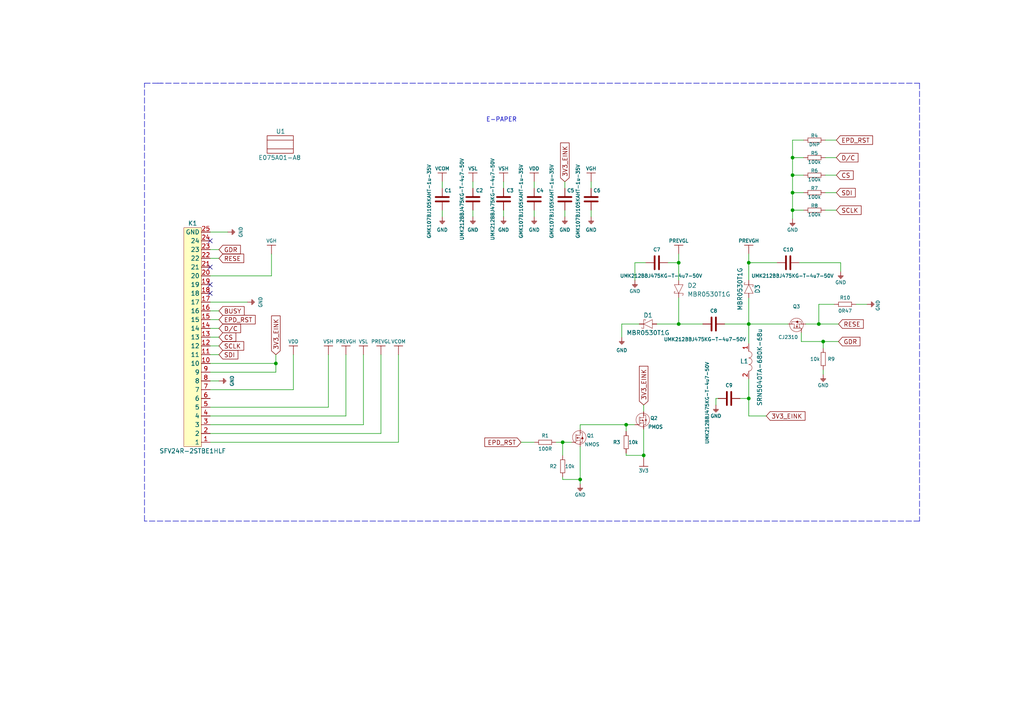
<source format=kicad_sch>
(kicad_sch (version 20211123) (generator eeschema)

  (uuid 3371b6d6-391a-4cf8-b70a-1104e4bad31b)

  (paper "A4")

  (title_block
    (title "Soldered Inkplate 7")
    (date "2023-11-02")
    (rev "V1.1.0.")
    (company "SOLDERED")
    (comment 1 "333259")
  )

  (lib_symbols
    (symbol "e-radionica.com schematics:0603C" (pin_numbers hide) (pin_names (offset 0.002)) (in_bom yes) (on_board yes)
      (property "Reference" "C" (id 0) (at 0 3.81 0)
        (effects (font (size 1 1)))
      )
      (property "Value" "0603C" (id 1) (at 0 -3.175 0)
        (effects (font (size 1 1)))
      )
      (property "Footprint" "e-radionica.com footprinti:0603C" (id 2) (at 0.635 -4.445 0)
        (effects (font (size 1 1)) hide)
      )
      (property "Datasheet" "" (id 3) (at 0 0 0)
        (effects (font (size 1 1)) hide)
      )
      (symbol "0603C_0_1"
        (polyline
          (pts
            (xy -0.635 1.905)
            (xy -0.635 -1.905)
          )
          (stroke (width 0.5) (type default) (color 0 0 0 0))
          (fill (type none))
        )
        (polyline
          (pts
            (xy 0.635 1.905)
            (xy 0.635 -1.905)
          )
          (stroke (width 0.5) (type default) (color 0 0 0 0))
          (fill (type none))
        )
      )
      (symbol "0603C_1_1"
        (pin passive line (at -3.175 0 0) (length 2.54)
          (name "~" (effects (font (size 1.27 1.27))))
          (number "1" (effects (font (size 1.27 1.27))))
        )
        (pin passive line (at 3.175 0 180) (length 2.54)
          (name "~" (effects (font (size 1.27 1.27))))
          (number "2" (effects (font (size 1.27 1.27))))
        )
      )
    )
    (symbol "e-radionica.com schematics:0603R" (pin_numbers hide) (pin_names (offset 0.254)) (in_bom yes) (on_board yes)
      (property "Reference" "R" (id 0) (at 0 1.27 0)
        (effects (font (size 1 1)))
      )
      (property "Value" "0603R" (id 1) (at 0 -1.905 0)
        (effects (font (size 1 1)))
      )
      (property "Footprint" "e-radionica.com footprinti:0603R" (id 2) (at 0 -3.81 0)
        (effects (font (size 1 1)) hide)
      )
      (property "Datasheet" "" (id 3) (at -0.635 1.905 0)
        (effects (font (size 1 1)) hide)
      )
      (symbol "0603R_0_1"
        (rectangle (start -1.905 -0.635) (end 1.905 -0.6604)
          (stroke (width 0.1) (type default) (color 0 0 0 0))
          (fill (type none))
        )
        (rectangle (start -1.905 0.635) (end -1.8796 -0.635)
          (stroke (width 0.1) (type default) (color 0 0 0 0))
          (fill (type none))
        )
        (rectangle (start -1.905 0.635) (end 1.905 0.6096)
          (stroke (width 0.1) (type default) (color 0 0 0 0))
          (fill (type none))
        )
        (rectangle (start 1.905 0.635) (end 1.9304 -0.635)
          (stroke (width 0.1) (type default) (color 0 0 0 0))
          (fill (type none))
        )
      )
      (symbol "0603R_1_1"
        (pin passive line (at -3.175 0 0) (length 1.27)
          (name "~" (effects (font (size 1.27 1.27))))
          (number "1" (effects (font (size 1.27 1.27))))
        )
        (pin passive line (at 3.175 0 180) (length 1.27)
          (name "~" (effects (font (size 1.27 1.27))))
          (number "2" (effects (font (size 1.27 1.27))))
        )
      )
    )
    (symbol "e-radionica.com schematics:0805C" (pin_numbers hide) (in_bom yes) (on_board yes)
      (property "Reference" "C" (id 0) (at 0 3.81 0)
        (effects (font (size 1 1)))
      )
      (property "Value" "0805C" (id 1) (at 0 -3.175 0)
        (effects (font (size 1 1)))
      )
      (property "Footprint" "e-radionica.com footprinti:0805C" (id 2) (at 0 -5.08 0)
        (effects (font (size 1 1)) hide)
      )
      (property "Datasheet" "" (id 3) (at 0 0 0)
        (effects (font (size 1 1)) hide)
      )
      (symbol "0805C_0_1"
        (polyline
          (pts
            (xy -0.635 1.905)
            (xy -0.635 -1.905)
          )
          (stroke (width 0.5) (type default) (color 0 0 0 0))
          (fill (type none))
        )
        (polyline
          (pts
            (xy 0.635 1.905)
            (xy 0.635 -1.905)
          )
          (stroke (width 0.5) (type default) (color 0 0 0 0))
          (fill (type none))
        )
      )
      (symbol "0805C_1_1"
        (pin passive line (at -3.175 0 0) (length 2.54)
          (name "~" (effects (font (size 1.27 1.27))))
          (number "1" (effects (font (size 1.27 1.27))))
        )
        (pin passive line (at 3.175 0 180) (length 2.54)
          (name "~" (effects (font (size 1.27 1.27))))
          (number "2" (effects (font (size 1.27 1.27))))
        )
      )
    )
    (symbol "e-radionica.com schematics:3V3" (power) (pin_names (offset 0)) (in_bom yes) (on_board yes)
      (property "Reference" "#PWR" (id 0) (at 4.445 0 0)
        (effects (font (size 1 1)) hide)
      )
      (property "Value" "3V3" (id 1) (at 0 3.556 0)
        (effects (font (size 1 1)))
      )
      (property "Footprint" "" (id 2) (at 4.445 3.81 0)
        (effects (font (size 1 1)) hide)
      )
      (property "Datasheet" "" (id 3) (at 4.445 3.81 0)
        (effects (font (size 1 1)) hide)
      )
      (property "ki_keywords" "power-flag" (id 4) (at 0 0 0)
        (effects (font (size 1.27 1.27)) hide)
      )
      (property "ki_description" "Power symbol creates a global label with name \"3V3\"" (id 5) (at 0 0 0)
        (effects (font (size 1.27 1.27)) hide)
      )
      (symbol "3V3_0_1"
        (polyline
          (pts
            (xy -1.27 2.54)
            (xy 1.27 2.54)
          )
          (stroke (width 0.16) (type default) (color 0 0 0 0))
          (fill (type none))
        )
        (polyline
          (pts
            (xy 0 0)
            (xy 0 2.54)
          )
          (stroke (width 0) (type default) (color 0 0 0 0))
          (fill (type none))
        )
      )
      (symbol "3V3_1_1"
        (pin power_in line (at 0 0 90) (length 0) hide
          (name "3V3" (effects (font (size 1.27 1.27))))
          (number "1" (effects (font (size 1.27 1.27))))
        )
      )
    )
    (symbol "e-radionica.com schematics:E075A01-A8" (pin_numbers hide) (pin_names hide) (in_bom yes) (on_board yes)
      (property "Reference" "U" (id 0) (at 0 3.81 0)
        (effects (font (size 1.27 1.27)))
      )
      (property "Value" "E075A01-A8" (id 1) (at 0 -3.81 0)
        (effects (font (size 1.27 1.27)))
      )
      (property "Footprint" "e-radionica.com footprinti:E075A01-A8" (id 2) (at 0 -6.35 0)
        (effects (font (size 1.27 1.27)) hide)
      )
      (property "Datasheet" "" (id 3) (at 0 0 0)
        (effects (font (size 1.27 1.27)) hide)
      )
      (property "ki_keywords" "Inkplate 7 E075A01-A8  HINK" (id 4) (at 0 0 0)
        (effects (font (size 1.27 1.27)) hide)
      )
      (property "ki_description" "Inkplate 7 panel" (id 5) (at 0 0 0)
        (effects (font (size 1.27 1.27)) hide)
      )
      (symbol "E075A01-A8_0_1"
        (rectangle (start -3.81 2.54) (end 3.81 -2.54)
          (stroke (width 0) (type default) (color 0 0 0 0))
          (fill (type none))
        )
        (polyline
          (pts
            (xy -3.81 -1.27)
            (xy 3.81 -1.27)
          )
          (stroke (width 0) (type default) (color 0 0 0 0))
          (fill (type none))
        )
        (polyline
          (pts
            (xy -3.81 1.27)
            (xy 3.81 1.27)
          )
          (stroke (width 0) (type default) (color 0 0 0 0))
          (fill (type none))
        )
      )
    )
    (symbol "e-radionica.com schematics:GND" (power) (pin_names (offset 0)) (in_bom yes) (on_board yes)
      (property "Reference" "#PWR" (id 0) (at 4.445 0 0)
        (effects (font (size 1 1)) hide)
      )
      (property "Value" "GND" (id 1) (at 0 -2.921 0)
        (effects (font (size 1 1)))
      )
      (property "Footprint" "" (id 2) (at 4.445 3.81 0)
        (effects (font (size 1 1)) hide)
      )
      (property "Datasheet" "" (id 3) (at 4.445 3.81 0)
        (effects (font (size 1 1)) hide)
      )
      (property "ki_keywords" "power-flag" (id 4) (at 0 0 0)
        (effects (font (size 1.27 1.27)) hide)
      )
      (property "ki_description" "Power symbol creates a global label with name \"GND\"" (id 5) (at 0 0 0)
        (effects (font (size 1.27 1.27)) hide)
      )
      (symbol "GND_0_1"
        (polyline
          (pts
            (xy -0.762 -1.27)
            (xy 0.762 -1.27)
          )
          (stroke (width 0.16) (type default) (color 0 0 0 0))
          (fill (type none))
        )
        (polyline
          (pts
            (xy -0.635 -1.524)
            (xy 0.635 -1.524)
          )
          (stroke (width 0.16) (type default) (color 0 0 0 0))
          (fill (type none))
        )
        (polyline
          (pts
            (xy -0.381 -1.778)
            (xy 0.381 -1.778)
          )
          (stroke (width 0.16) (type default) (color 0 0 0 0))
          (fill (type none))
        )
        (polyline
          (pts
            (xy -0.127 -2.032)
            (xy 0.127 -2.032)
          )
          (stroke (width 0.16) (type default) (color 0 0 0 0))
          (fill (type none))
        )
        (polyline
          (pts
            (xy 0 0)
            (xy 0 -1.27)
          )
          (stroke (width 0.16) (type default) (color 0 0 0 0))
          (fill (type none))
        )
      )
      (symbol "GND_1_1"
        (pin power_in line (at 0 0 270) (length 0) hide
          (name "GND" (effects (font (size 1.27 1.27))))
          (number "1" (effects (font (size 1.27 1.27))))
        )
      )
    )
    (symbol "e-radionica.com schematics:MBR0530T1G" (pin_numbers hide) (pin_names hide) (in_bom yes) (on_board yes)
      (property "Reference" "D" (id 0) (at 0 2.54 0)
        (effects (font (size 1.27 1.27)))
      )
      (property "Value" "MBR0530T1G" (id 1) (at 0 -2.54 0)
        (effects (font (size 1.27 1.27)))
      )
      (property "Footprint" "e-radionica.com footprinti:SOD−123" (id 2) (at 2.54 -5.08 0)
        (effects (font (size 1.27 1.27)) hide)
      )
      (property "Datasheet" "" (id 3) (at 3.81 0 0)
        (effects (font (size 1.27 1.27)) hide)
      )
      (symbol "MBR0530T1G_0_1"
        (polyline
          (pts
            (xy 1.27 1.27)
            (xy 1.778 1.27)
            (xy 1.778 1.016)
          )
          (stroke (width 0.1) (type default) (color 0 0 0 0))
          (fill (type none))
        )
        (polyline
          (pts
            (xy -1.27 -1.27)
            (xy -1.27 1.27)
            (xy 1.27 0)
            (xy -1.27 -1.27)
          )
          (stroke (width 0.1) (type default) (color 0 0 0 0))
          (fill (type none))
        )
        (polyline
          (pts
            (xy 1.27 1.27)
            (xy 1.27 -1.27)
            (xy 0.762 -1.27)
            (xy 0.762 -1.016)
          )
          (stroke (width 0.1) (type default) (color 0 0 0 0))
          (fill (type none))
        )
      )
      (symbol "MBR0530T1G_1_1"
        (pin input line (at 2.54 0 180) (length 1.27)
          (name "C" (effects (font (size 1.27 1.27))))
          (number "1" (effects (font (size 1.27 1.27))))
        )
        (pin input line (at -2.54 0 0) (length 1.27)
          (name "A" (effects (font (size 1.27 1.27))))
          (number "2" (effects (font (size 1.27 1.27))))
        )
      )
    )
    (symbol "e-radionica.com schematics:NMOS-SOT-23-3" (pin_numbers hide) (pin_names hide) (in_bom yes) (on_board yes)
      (property "Reference" "Q" (id 0) (at -1.143 2.921 0)
        (effects (font (size 1 1)))
      )
      (property "Value" "NMOS-SOT-23-3" (id 1) (at 1.524 -3.937 0)
        (effects (font (size 1 1)))
      )
      (property "Footprint" "e-radionica.com footprinti:SOT-23-3" (id 2) (at 0 -7.62 0)
        (effects (font (size 1 1)) hide)
      )
      (property "Datasheet" "" (id 3) (at 0 0 0)
        (effects (font (size 1 1)) hide)
      )
      (symbol "NMOS-SOT-23-3_0_1"
        (polyline
          (pts
            (xy 0 -1.27)
            (xy 0 1.016)
          )
          (stroke (width 0.1) (type default) (color 0 0 0 0))
          (fill (type none))
        )
        (polyline
          (pts
            (xy 0.254 -1.016)
            (xy 0.254 -0.508)
          )
          (stroke (width 0.1) (type default) (color 0 0 0 0))
          (fill (type none))
        )
        (polyline
          (pts
            (xy 0.254 -0.762)
            (xy 1.27 -0.762)
          )
          (stroke (width 0.1) (type default) (color 0 0 0 0))
          (fill (type none))
        )
        (polyline
          (pts
            (xy 0.254 -0.254)
            (xy 0.254 0.254)
          )
          (stroke (width 0.1) (type default) (color 0 0 0 0))
          (fill (type none))
        )
        (polyline
          (pts
            (xy 0.254 0.762)
            (xy 1.27 0.762)
          )
          (stroke (width 0.1) (type default) (color 0 0 0 0))
          (fill (type none))
        )
        (polyline
          (pts
            (xy 0.254 1.016)
            (xy 0.254 0.508)
          )
          (stroke (width 0.1) (type default) (color 0 0 0 0))
          (fill (type none))
        )
        (polyline
          (pts
            (xy 1.27 -1.27)
            (xy 1.27 -0.762)
          )
          (stroke (width 0.1) (type default) (color 0 0 0 0))
          (fill (type none))
        )
        (polyline
          (pts
            (xy 1.27 0.762)
            (xy 1.27 1.27)
          )
          (stroke (width 0.1) (type default) (color 0 0 0 0))
          (fill (type none))
        )
        (polyline
          (pts
            (xy 1.651 -0.254)
            (xy 1.905 0.127)
          )
          (stroke (width 0.2) (type default) (color 0 0 0 0))
          (fill (type none))
        )
        (polyline
          (pts
            (xy 1.651 0.127)
            (xy 2.159 0.127)
          )
          (stroke (width 0.0006) (type default) (color 0 0 0 0))
          (fill (type none))
        )
        (polyline
          (pts
            (xy 0.254 0)
            (xy 1.27 0)
            (xy 1.27 -0.762)
          )
          (stroke (width 0.1) (type default) (color 0 0 0 0))
          (fill (type none))
        )
        (polyline
          (pts
            (xy 1.651 -0.254)
            (xy 2.159 -0.254)
            (xy 1.905 0.127)
          )
          (stroke (width 0.2) (type default) (color 0 0 0 0))
          (fill (type none))
        )
        (polyline
          (pts
            (xy 0.381 0)
            (xy 0.635 0.254)
            (xy 0.635 -0.254)
            (xy 0.381 0)
          )
          (stroke (width 0.1) (type default) (color 0 0 0 0))
          (fill (type none))
        )
        (polyline
          (pts
            (xy 1.27 -1.27)
            (xy 1.905 -1.27)
            (xy 1.905 1.524)
            (xy 1.27 1.524)
          )
          (stroke (width 0.1) (type default) (color 0 0 0 0))
          (fill (type none))
        )
        (circle (center 1.016 0.127) (radius 1.9716)
          (stroke (width 0.1) (type default) (color 0 0 0 0))
          (fill (type none))
        )
      )
      (symbol "NMOS-SOT-23-3_1_1"
        (pin passive line (at -1.27 -1.27 0) (length 1.27)
          (name "G" (effects (font (size 1 1))))
          (number "1" (effects (font (size 1 1))))
        )
        (pin passive line (at 1.27 -2.54 90) (length 1.27)
          (name "S" (effects (font (size 1 1))))
          (number "2" (effects (font (size 1 1))))
        )
        (pin passive line (at 1.27 2.54 270) (length 1.27)
          (name "D" (effects (font (size 1 1))))
          (number "3" (effects (font (size 1 1))))
        )
      )
    )
    (symbol "e-radionica.com schematics:PMOS-SOT-23-3" (pin_numbers hide) (pin_names hide) (in_bom yes) (on_board yes)
      (property "Reference" "Q" (id 0) (at -1.27 2.54 0)
        (effects (font (size 1 1)))
      )
      (property "Value" "PMOS-SOT-23-3" (id 1) (at 0.381 -4.064 0)
        (effects (font (size 1 1)))
      )
      (property "Footprint" "e-radionica.com footprinti:SOT-23-3" (id 2) (at 1.27 -7.62 0)
        (effects (font (size 1 1)) hide)
      )
      (property "Datasheet" "" (id 3) (at 0 0 0)
        (effects (font (size 1 1)) hide)
      )
      (symbol "PMOS-SOT-23-3_0_1"
        (polyline
          (pts
            (xy 0 -1.27)
            (xy 0 1.016)
          )
          (stroke (width 0.1) (type default) (color 0 0 0 0))
          (fill (type none))
        )
        (polyline
          (pts
            (xy 0.254 -1.016)
            (xy 0.254 -0.508)
          )
          (stroke (width 0.1) (type default) (color 0 0 0 0))
          (fill (type none))
        )
        (polyline
          (pts
            (xy 0.254 -0.762)
            (xy 1.27 -0.762)
          )
          (stroke (width 0.1) (type default) (color 0 0 0 0))
          (fill (type none))
        )
        (polyline
          (pts
            (xy 0.254 -0.254)
            (xy 0.254 0.254)
          )
          (stroke (width 0.1) (type default) (color 0 0 0 0))
          (fill (type none))
        )
        (polyline
          (pts
            (xy 0.254 0.762)
            (xy 1.27 0.762)
          )
          (stroke (width 0.1) (type default) (color 0 0 0 0))
          (fill (type none))
        )
        (polyline
          (pts
            (xy 0.254 1.016)
            (xy 0.254 0.508)
          )
          (stroke (width 0.1) (type default) (color 0 0 0 0))
          (fill (type none))
        )
        (polyline
          (pts
            (xy 1.27 -1.27)
            (xy 1.27 -0.762)
          )
          (stroke (width 0.1) (type default) (color 0 0 0 0))
          (fill (type none))
        )
        (polyline
          (pts
            (xy 1.27 0.762)
            (xy 1.27 1.27)
          )
          (stroke (width 0.1) (type default) (color 0 0 0 0))
          (fill (type none))
        )
        (polyline
          (pts
            (xy 2.159 -0.127)
            (xy 1.651 -0.127)
          )
          (stroke (width 0.1) (type default) (color 0 0 0 0))
          (fill (type none))
        )
        (polyline
          (pts
            (xy 2.159 0.254)
            (xy 1.905 -0.127)
          )
          (stroke (width 0.1) (type default) (color 0 0 0 0))
          (fill (type none))
        )
        (polyline
          (pts
            (xy 0.254 0)
            (xy 1.27 0)
            (xy 1.27 -0.762)
          )
          (stroke (width 0.1) (type default) (color 0 0 0 0))
          (fill (type none))
        )
        (polyline
          (pts
            (xy 2.159 0.254)
            (xy 1.651 0.254)
            (xy 1.905 -0.127)
          )
          (stroke (width 0.1) (type default) (color 0 0 0 0))
          (fill (type none))
        )
        (polyline
          (pts
            (xy 1.143 0)
            (xy 0.889 -0.254)
            (xy 0.889 0.254)
            (xy 1.143 0)
          )
          (stroke (width 0.1) (type default) (color 0 0 0 0))
          (fill (type none))
        )
        (polyline
          (pts
            (xy 1.27 -1.27)
            (xy 1.905 -1.27)
            (xy 1.905 1.524)
            (xy 1.27 1.524)
          )
          (stroke (width 0.1) (type default) (color 0 0 0 0))
          (fill (type none))
        )
        (circle (center 1.016 0.127) (radius 1.9716)
          (stroke (width 0.1) (type default) (color 0 0 0 0))
          (fill (type none))
        )
      )
      (symbol "PMOS-SOT-23-3_1_1"
        (pin passive line (at -1.27 -1.27 0) (length 1.27)
          (name "G" (effects (font (size 1 1))))
          (number "1" (effects (font (size 1 1))))
        )
        (pin passive line (at 1.27 -2.54 90) (length 1.27)
          (name "S" (effects (font (size 1 1))))
          (number "2" (effects (font (size 1 1))))
        )
        (pin passive line (at 1.27 2.54 270) (length 1.27)
          (name "D" (effects (font (size 1 1))))
          (number "3" (effects (font (size 1 1))))
        )
      )
    )
    (symbol "e-radionica.com schematics:PREVGH" (power) (pin_names (offset 0)) (in_bom yes) (on_board yes)
      (property "Reference" "#PWR" (id 0) (at 4.445 0 0)
        (effects (font (size 1 1)) hide)
      )
      (property "Value" "PREVGH" (id 1) (at 0 3.556 0)
        (effects (font (size 1 1)))
      )
      (property "Footprint" "" (id 2) (at 4.445 3.81 0)
        (effects (font (size 1 1)) hide)
      )
      (property "Datasheet" "" (id 3) (at 4.445 3.81 0)
        (effects (font (size 1 1)) hide)
      )
      (property "ki_keywords" "power-flag" (id 4) (at 0 0 0)
        (effects (font (size 1.27 1.27)) hide)
      )
      (property "ki_description" "Power symbol creates a global label with name \"PREVGH\"" (id 5) (at 0 0 0)
        (effects (font (size 1.27 1.27)) hide)
      )
      (symbol "PREVGH_0_1"
        (polyline
          (pts
            (xy -1.27 2.54)
            (xy 1.27 2.54)
          )
          (stroke (width 0.16) (type default) (color 0 0 0 0))
          (fill (type none))
        )
        (polyline
          (pts
            (xy 0 0)
            (xy 0 2.54)
          )
          (stroke (width 0) (type default) (color 0 0 0 0))
          (fill (type none))
        )
      )
      (symbol "PREVGH_1_1"
        (pin power_in line (at 0 0 90) (length 0) hide
          (name "PREVGH" (effects (font (size 1.27 1.27))))
          (number "1" (effects (font (size 1.27 1.27))))
        )
      )
    )
    (symbol "e-radionica.com schematics:PREVGL" (power) (pin_names (offset 0)) (in_bom yes) (on_board yes)
      (property "Reference" "#PWR" (id 0) (at 4.445 0 0)
        (effects (font (size 1 1)) hide)
      )
      (property "Value" "PREVGL" (id 1) (at 0 3.556 0)
        (effects (font (size 1 1)))
      )
      (property "Footprint" "" (id 2) (at 4.445 3.81 0)
        (effects (font (size 1 1)) hide)
      )
      (property "Datasheet" "" (id 3) (at 4.445 3.81 0)
        (effects (font (size 1 1)) hide)
      )
      (property "ki_keywords" "power-flag" (id 4) (at 0 0 0)
        (effects (font (size 1.27 1.27)) hide)
      )
      (property "ki_description" "Power symbol creates a global label with name \"PREVGL\"" (id 5) (at 0 0 0)
        (effects (font (size 1.27 1.27)) hide)
      )
      (symbol "PREVGL_0_1"
        (polyline
          (pts
            (xy -1.27 2.54)
            (xy 1.27 2.54)
          )
          (stroke (width 0.16) (type default) (color 0 0 0 0))
          (fill (type none))
        )
        (polyline
          (pts
            (xy 0 0)
            (xy 0 2.54)
          )
          (stroke (width 0) (type default) (color 0 0 0 0))
          (fill (type none))
        )
      )
      (symbol "PREVGL_1_1"
        (pin power_in line (at 0 0 90) (length 0) hide
          (name "PREVGL" (effects (font (size 1.27 1.27))))
          (number "1" (effects (font (size 1.27 1.27))))
        )
      )
    )
    (symbol "e-radionica.com schematics:SFV24R-2STBE1HLF" (in_bom yes) (on_board yes)
      (property "Reference" "K" (id 0) (at 0 33.02 0)
        (effects (font (size 1.27 1.27)))
      )
      (property "Value" "SFV24R-2STBE1HLF" (id 1) (at 0 -34.29 0)
        (effects (font (size 1.27 1.27)))
      )
      (property "Footprint" "e-radionica.com footprinti:SFV24R-2STBE1HLF" (id 2) (at 0 -36.83 0)
        (effects (font (size 1.27 1.27)) hide)
      )
      (property "Datasheet" "" (id 3) (at 7.62 1.27 0)
        (effects (font (size 1.27 1.27)) hide)
      )
      (property "ki_keywords" "24pin 24 FPC connector" (id 4) (at 0 0 0)
        (effects (font (size 1.27 1.27)) hide)
      )
      (property "ki_description" "FPC 24 pin connector" (id 5) (at 0 0 0)
        (effects (font (size 1.27 1.27)) hide)
      )
      (symbol "SFV24R-2STBE1HLF_0_1"
        (rectangle (start -2.54 31.75) (end 2.54 -31.75)
          (stroke (width 0.1) (type default) (color 0 0 0 0))
          (fill (type background))
        )
      )
      (symbol "SFV24R-2STBE1HLF_1_1"
        (pin input line (at 5.08 30.48 180) (length 2.54)
          (name "1" (effects (font (size 1.27 1.27))))
          (number "1" (effects (font (size 1.27 1.27))))
        )
        (pin input line (at 5.08 7.62 180) (length 2.54)
          (name "10" (effects (font (size 1.27 1.27))))
          (number "10" (effects (font (size 1.27 1.27))))
        )
        (pin input line (at 5.08 5.08 180) (length 2.54)
          (name "11" (effects (font (size 1.27 1.27))))
          (number "11" (effects (font (size 1.27 1.27))))
        )
        (pin input line (at 5.08 2.54 180) (length 2.54)
          (name "12" (effects (font (size 1.27 1.27))))
          (number "12" (effects (font (size 1.27 1.27))))
        )
        (pin input line (at 5.08 0 180) (length 2.54)
          (name "13" (effects (font (size 1.27 1.27))))
          (number "13" (effects (font (size 1.27 1.27))))
        )
        (pin input line (at 5.08 -2.54 180) (length 2.54)
          (name "14" (effects (font (size 1.27 1.27))))
          (number "14" (effects (font (size 1.27 1.27))))
        )
        (pin input line (at 5.08 -5.08 180) (length 2.54)
          (name "15" (effects (font (size 1.27 1.27))))
          (number "15" (effects (font (size 1.27 1.27))))
        )
        (pin input line (at 5.08 -7.62 180) (length 2.54)
          (name "16" (effects (font (size 1.27 1.27))))
          (number "16" (effects (font (size 1.27 1.27))))
        )
        (pin input line (at 5.08 -10.16 180) (length 2.54)
          (name "17" (effects (font (size 1.27 1.27))))
          (number "17" (effects (font (size 1.27 1.27))))
        )
        (pin input line (at 5.08 -12.7 180) (length 2.54)
          (name "18" (effects (font (size 1.27 1.27))))
          (number "18" (effects (font (size 1.27 1.27))))
        )
        (pin input line (at 5.08 -15.24 180) (length 2.54)
          (name "19" (effects (font (size 1.27 1.27))))
          (number "19" (effects (font (size 1.27 1.27))))
        )
        (pin input line (at 5.08 27.94 180) (length 2.54)
          (name "2" (effects (font (size 1.27 1.27))))
          (number "2" (effects (font (size 1.27 1.27))))
        )
        (pin input line (at 5.08 -17.78 180) (length 2.54)
          (name "20" (effects (font (size 1.27 1.27))))
          (number "20" (effects (font (size 1.27 1.27))))
        )
        (pin input line (at 5.08 -20.32 180) (length 2.54)
          (name "21" (effects (font (size 1.27 1.27))))
          (number "21" (effects (font (size 1.27 1.27))))
        )
        (pin input line (at 5.08 -22.86 180) (length 2.54)
          (name "22" (effects (font (size 1.27 1.27))))
          (number "22" (effects (font (size 1.27 1.27))))
        )
        (pin input line (at 5.08 -25.4 180) (length 2.54)
          (name "23" (effects (font (size 1.27 1.27))))
          (number "23" (effects (font (size 1.27 1.27))))
        )
        (pin input line (at 5.08 -27.94 180) (length 2.54)
          (name "24" (effects (font (size 1.27 1.27))))
          (number "24" (effects (font (size 1.27 1.27))))
        )
        (pin input line (at 5.08 -30.48 180) (length 2.54)
          (name "GND" (effects (font (size 1.27 1.27))))
          (number "25" (effects (font (size 1.27 1.27))))
        )
        (pin input line (at 5.08 25.4 180) (length 2.54)
          (name "3" (effects (font (size 1.27 1.27))))
          (number "3" (effects (font (size 1.27 1.27))))
        )
        (pin input line (at 5.08 22.86 180) (length 2.54)
          (name "4" (effects (font (size 1.27 1.27))))
          (number "4" (effects (font (size 1.27 1.27))))
        )
        (pin input line (at 5.08 20.32 180) (length 2.54)
          (name "5" (effects (font (size 1.27 1.27))))
          (number "5" (effects (font (size 1.27 1.27))))
        )
        (pin input line (at 5.08 17.78 180) (length 2.54)
          (name "6" (effects (font (size 1.27 1.27))))
          (number "6" (effects (font (size 1.27 1.27))))
        )
        (pin input line (at 5.08 15.24 180) (length 2.54)
          (name "7" (effects (font (size 1.27 1.27))))
          (number "7" (effects (font (size 1.27 1.27))))
        )
        (pin input line (at 5.08 12.7 180) (length 2.54)
          (name "8" (effects (font (size 1.27 1.27))))
          (number "8" (effects (font (size 1.27 1.27))))
        )
        (pin input line (at 5.08 10.16 180) (length 2.54)
          (name "9" (effects (font (size 1.27 1.27))))
          (number "9" (effects (font (size 1.27 1.27))))
        )
      )
    )
    (symbol "e-radionica.com schematics:SRN5040TA-680K" (in_bom yes) (on_board yes)
      (property "Reference" "L" (id 0) (at 0 2.54 0)
        (effects (font (size 1.27 1.27)))
      )
      (property "Value" "SRN5040TA-680K" (id 1) (at 0 -2.54 0)
        (effects (font (size 1.27 1.27)))
      )
      (property "Footprint" "e-radionica.com footprinti:SRN5040TA-680K" (id 2) (at 0 -6.35 0)
        (effects (font (size 1.27 1.27)) hide)
      )
      (property "Datasheet" "" (id 3) (at 0 2.54 0)
        (effects (font (size 1.27 1.27)) hide)
      )
      (symbol "SRN5040TA-680K_0_1"
        (arc (start -0.9525 0.0138) (mid -1.905 0.9526) (end -2.8575 0.0138)
          (stroke (width 0.1) (type default) (color 0 0 0 0))
          (fill (type none))
        )
        (arc (start 0.9525 0.0138) (mid 0 0.9526) (end -0.9525 0.0138)
          (stroke (width 0.1) (type default) (color 0 0 0 0))
          (fill (type none))
        )
        (arc (start 2.8575 0.0138) (mid 1.905 0.9526) (end 0.9525 0.0138)
          (stroke (width 0.1) (type default) (color 0 0 0 0))
          (fill (type none))
        )
      )
      (symbol "SRN5040TA-680K_1_1"
        (pin passive line (at -5.08 0 0) (length 2.2)
          (name "" (effects (font (size 1.27 1.27))))
          (number "1" (effects (font (size 1.27 1.27))))
        )
        (pin passive line (at 5.08 0 180) (length 2.2)
          (name "" (effects (font (size 1.27 1.27))))
          (number "2" (effects (font (size 1.27 1.27))))
        )
      )
    )
    (symbol "e-radionica.com schematics:VCOM" (power) (pin_names (offset 0)) (in_bom yes) (on_board yes)
      (property "Reference" "#PWR" (id 0) (at 4.445 0 0)
        (effects (font (size 1 1)) hide)
      )
      (property "Value" "VCOM" (id 1) (at 0 3.556 0)
        (effects (font (size 1 1)))
      )
      (property "Footprint" "" (id 2) (at 4.445 3.81 0)
        (effects (font (size 1 1)) hide)
      )
      (property "Datasheet" "" (id 3) (at 4.445 3.81 0)
        (effects (font (size 1 1)) hide)
      )
      (property "ki_keywords" "power-flag" (id 4) (at 0 0 0)
        (effects (font (size 1.27 1.27)) hide)
      )
      (property "ki_description" "Power symbol creates a global label with name \"VCOM\"" (id 5) (at 0 0 0)
        (effects (font (size 1.27 1.27)) hide)
      )
      (symbol "VCOM_0_1"
        (polyline
          (pts
            (xy -1.27 2.54)
            (xy 1.27 2.54)
          )
          (stroke (width 0.16) (type default) (color 0 0 0 0))
          (fill (type none))
        )
        (polyline
          (pts
            (xy 0 0)
            (xy 0 2.54)
          )
          (stroke (width 0) (type default) (color 0 0 0 0))
          (fill (type none))
        )
      )
      (symbol "VCOM_1_1"
        (pin power_in line (at 0 0 90) (length 0) hide
          (name "VCOM" (effects (font (size 1.27 1.27))))
          (number "1" (effects (font (size 1.27 1.27))))
        )
      )
    )
    (symbol "e-radionica.com schematics:VDD" (power) (pin_names (offset 0)) (in_bom yes) (on_board yes)
      (property "Reference" "#PWR" (id 0) (at 4.445 0 0)
        (effects (font (size 1 1)) hide)
      )
      (property "Value" "VDD" (id 1) (at 0 3.556 0)
        (effects (font (size 1 1)))
      )
      (property "Footprint" "" (id 2) (at 4.445 3.81 0)
        (effects (font (size 1 1)) hide)
      )
      (property "Datasheet" "" (id 3) (at 4.445 3.81 0)
        (effects (font (size 1 1)) hide)
      )
      (property "ki_keywords" "power-flag" (id 4) (at 0 0 0)
        (effects (font (size 1.27 1.27)) hide)
      )
      (property "ki_description" "Power symbol creates a global label with name \"VDD\"" (id 5) (at 0 0 0)
        (effects (font (size 1.27 1.27)) hide)
      )
      (symbol "VDD_0_1"
        (polyline
          (pts
            (xy -1.27 2.54)
            (xy 1.27 2.54)
          )
          (stroke (width 0.16) (type default) (color 0 0 0 0))
          (fill (type none))
        )
        (polyline
          (pts
            (xy 0 0)
            (xy 0 2.54)
          )
          (stroke (width 0) (type default) (color 0 0 0 0))
          (fill (type none))
        )
      )
      (symbol "VDD_1_1"
        (pin power_in line (at 0 0 90) (length 0) hide
          (name "VDD" (effects (font (size 1.27 1.27))))
          (number "1" (effects (font (size 1.27 1.27))))
        )
      )
    )
    (symbol "e-radionica.com schematics:VGH" (power) (pin_names (offset 0)) (in_bom yes) (on_board yes)
      (property "Reference" "#PWR" (id 0) (at 4.445 0 0)
        (effects (font (size 1 1)) hide)
      )
      (property "Value" "VGH" (id 1) (at 0 3.556 0)
        (effects (font (size 1 1)))
      )
      (property "Footprint" "" (id 2) (at 4.445 3.81 0)
        (effects (font (size 1 1)) hide)
      )
      (property "Datasheet" "" (id 3) (at 4.445 3.81 0)
        (effects (font (size 1 1)) hide)
      )
      (property "ki_keywords" "power-flag" (id 4) (at 0 0 0)
        (effects (font (size 1.27 1.27)) hide)
      )
      (property "ki_description" "Power symbol creates a global label with name \"VGH\"" (id 5) (at 0 0 0)
        (effects (font (size 1.27 1.27)) hide)
      )
      (symbol "VGH_0_1"
        (polyline
          (pts
            (xy -1.27 2.54)
            (xy 1.27 2.54)
          )
          (stroke (width 0.16) (type default) (color 0 0 0 0))
          (fill (type none))
        )
        (polyline
          (pts
            (xy 0 0)
            (xy 0 2.54)
          )
          (stroke (width 0) (type default) (color 0 0 0 0))
          (fill (type none))
        )
      )
      (symbol "VGH_1_1"
        (pin power_in line (at 0 0 90) (length 0) hide
          (name "VGH" (effects (font (size 1.27 1.27))))
          (number "1" (effects (font (size 1.27 1.27))))
        )
      )
    )
    (symbol "e-radionica.com schematics:VSH" (power) (pin_names (offset 0)) (in_bom yes) (on_board yes)
      (property "Reference" "#PWR" (id 0) (at 4.445 0 0)
        (effects (font (size 1 1)) hide)
      )
      (property "Value" "VSH" (id 1) (at 0 3.556 0)
        (effects (font (size 1 1)))
      )
      (property "Footprint" "" (id 2) (at 4.445 3.81 0)
        (effects (font (size 1 1)) hide)
      )
      (property "Datasheet" "" (id 3) (at 4.445 3.81 0)
        (effects (font (size 1 1)) hide)
      )
      (property "ki_keywords" "power-flag" (id 4) (at 0 0 0)
        (effects (font (size 1.27 1.27)) hide)
      )
      (property "ki_description" "Power symbol creates a global label with name \"VSH\"" (id 5) (at 0 0 0)
        (effects (font (size 1.27 1.27)) hide)
      )
      (symbol "VSH_0_1"
        (polyline
          (pts
            (xy -1.27 2.54)
            (xy 1.27 2.54)
          )
          (stroke (width 0.16) (type default) (color 0 0 0 0))
          (fill (type none))
        )
        (polyline
          (pts
            (xy 0 0)
            (xy 0 2.54)
          )
          (stroke (width 0) (type default) (color 0 0 0 0))
          (fill (type none))
        )
      )
      (symbol "VSH_1_1"
        (pin power_in line (at 0 0 90) (length 0) hide
          (name "VSH" (effects (font (size 1.27 1.27))))
          (number "1" (effects (font (size 1.27 1.27))))
        )
      )
    )
    (symbol "e-radionica.com schematics:VSL" (power) (pin_names (offset 0)) (in_bom yes) (on_board yes)
      (property "Reference" "#PWR" (id 0) (at 4.445 0 0)
        (effects (font (size 1 1)) hide)
      )
      (property "Value" "VSL" (id 1) (at 0 3.556 0)
        (effects (font (size 1 1)))
      )
      (property "Footprint" "" (id 2) (at 4.445 3.81 0)
        (effects (font (size 1 1)) hide)
      )
      (property "Datasheet" "" (id 3) (at 4.445 3.81 0)
        (effects (font (size 1 1)) hide)
      )
      (property "ki_keywords" "power-flag" (id 4) (at 0 0 0)
        (effects (font (size 1.27 1.27)) hide)
      )
      (property "ki_description" "Power symbol creates a global label with name \"VSL\"" (id 5) (at 0 0 0)
        (effects (font (size 1.27 1.27)) hide)
      )
      (symbol "VSL_0_1"
        (polyline
          (pts
            (xy -1.27 2.54)
            (xy 1.27 2.54)
          )
          (stroke (width 0.16) (type default) (color 0 0 0 0))
          (fill (type none))
        )
        (polyline
          (pts
            (xy 0 0)
            (xy 0 2.54)
          )
          (stroke (width 0) (type default) (color 0 0 0 0))
          (fill (type none))
        )
      )
      (symbol "VSL_1_1"
        (pin power_in line (at 0 0 90) (length 0) hide
          (name "VSL" (effects (font (size 1.27 1.27))))
          (number "1" (effects (font (size 1.27 1.27))))
        )
      )
    )
  )

  (junction (at 229.87 60.96) (diameter 0.9144) (color 0 0 0 0)
    (uuid 0a420f96-0129-4a0b-9968-b2f4f40f0d25)
  )
  (junction (at 168.275 139.065) (diameter 0) (color 0 0 0 0)
    (uuid 133c678d-451a-4cde-aef0-6a476c87922e)
  )
  (junction (at 217.17 115.57) (diameter 0) (color 0 0 0 0)
    (uuid 1a26e25f-4eac-4fc4-bc00-b07f311ad649)
  )
  (junction (at 163.195 128.27) (diameter 0) (color 0 0 0 0)
    (uuid 1c2e9ebc-31a5-4723-aa8a-ce9ca94db9c1)
  )
  (junction (at 217.17 93.98) (diameter 0) (color 0 0 0 0)
    (uuid 30855da1-a798-47ba-9a14-898099c3f495)
  )
  (junction (at 238.76 99.06) (diameter 0) (color 0 0 0 0)
    (uuid 3b4a749e-5f50-4fa6-b718-33247ea187a1)
  )
  (junction (at 186.69 132.08) (diameter 0) (color 0 0 0 0)
    (uuid 4e8ca946-9d9b-439e-bc95-c24b071db66f)
  )
  (junction (at 217.17 76.2) (diameter 0) (color 0 0 0 0)
    (uuid 65f05c14-1509-40cc-941e-7749c670078f)
  )
  (junction (at 196.85 93.98) (diameter 0) (color 0 0 0 0)
    (uuid 68af0a1c-fc44-47c5-a4fc-347a137bfc49)
  )
  (junction (at 237.49 93.98) (diameter 0) (color 0 0 0 0)
    (uuid 6e112e6d-0c7f-4f52-a14b-cf1696394aab)
  )
  (junction (at 229.87 50.8) (diameter 0.9144) (color 0 0 0 0)
    (uuid 8f5bc9f1-7ef8-4ed0-854f-fae023156a7d)
  )
  (junction (at 80.01 105.41) (diameter 0) (color 0 0 0 0)
    (uuid 91f387ca-5997-4c7b-8543-c90b38e86bbf)
  )
  (junction (at 196.85 76.2) (diameter 0) (color 0 0 0 0)
    (uuid a5943953-734f-4489-8e77-ba773d209f2c)
  )
  (junction (at 181.61 123.19) (diameter 0) (color 0 0 0 0)
    (uuid c9c437a5-3127-4e17-93f1-fcd6223b2daf)
  )
  (junction (at 229.87 45.72) (diameter 0) (color 0 0 0 0)
    (uuid ed76ed4a-9e46-4378-8f3a-4fa997271d60)
  )
  (junction (at 229.87 55.88) (diameter 0.9144) (color 0 0 0 0)
    (uuid f581222e-d947-4d0e-b742-f5d32e1f9ee9)
  )

  (no_connect (at 60.96 77.47) (uuid 5017618a-3028-4818-b382-40d730510d49))
  (no_connect (at 60.96 85.09) (uuid 848251b4-b84a-4894-8b2f-1a72b466fae2))
  (no_connect (at 60.96 69.85) (uuid c51dd1b4-0c6d-4258-ac0b-8e9e55a2f8e9))
  (no_connect (at 60.96 82.55) (uuid f5a788f0-463e-4ebe-9112-431372711b40))

  (wire (pts (xy 196.85 93.98) (xy 196.85 86.36))
    (stroke (width 0) (type default) (color 0 0 0 0))
    (uuid 01457e33-66ac-49e0-9033-79afcb1684db)
  )
  (wire (pts (xy 163.195 139.065) (xy 168.275 139.065))
    (stroke (width 0) (type default) (color 0 0 0 0))
    (uuid 0461e4c0-bd9e-4764-88f9-855af7b71c56)
  )
  (wire (pts (xy 95.25 118.11) (xy 60.96 118.11))
    (stroke (width 0) (type default) (color 0 0 0 0))
    (uuid 05d75266-ea15-4210-9755-60522e6cb8dc)
  )
  (wire (pts (xy 196.85 76.2) (xy 196.85 73.66))
    (stroke (width 0) (type default) (color 0 0 0 0))
    (uuid 062c5eb7-6836-4bfa-ad81-bf90341d9ed5)
  )
  (wire (pts (xy 181.61 123.19) (xy 184.15 123.19))
    (stroke (width 0) (type default) (color 0 0 0 0))
    (uuid 06b31fc4-bac3-48a8-8fcd-a5156fcaeb35)
  )
  (wire (pts (xy 181.61 123.19) (xy 181.61 125.095))
    (stroke (width 0) (type default) (color 0 0 0 0))
    (uuid 06f2b2cc-8207-4602-874c-ea79bdbf59eb)
  )
  (wire (pts (xy 217.17 120.65) (xy 222.25 120.65))
    (stroke (width 0) (type default) (color 0 0 0 0))
    (uuid 092d354e-4500-48a9-9385-1bb1266a4345)
  )
  (wire (pts (xy 60.96 110.49) (xy 63.5 110.49))
    (stroke (width 0) (type default) (color 0 0 0 0))
    (uuid 0a0015ae-17a6-4f84-a19b-cda3dddc3fc8)
  )
  (wire (pts (xy 63.5 74.93) (xy 60.96 74.93))
    (stroke (width 0) (type default) (color 0 0 0 0))
    (uuid 0a5f9f2f-0551-48f7-8c3d-34fcde474c14)
  )
  (wire (pts (xy 210.185 93.98) (xy 217.17 93.98))
    (stroke (width 0) (type default) (color 0 0 0 0))
    (uuid 0b6dfab0-dd27-46eb-a9e5-8242d595db25)
  )
  (wire (pts (xy 229.87 55.88) (xy 233.045 55.88))
    (stroke (width 0) (type solid) (color 0 0 0 0))
    (uuid 0bbe72fa-a807-40dd-9f3a-f95b452d3e20)
  )
  (wire (pts (xy 239.395 60.96) (xy 242.57 60.96))
    (stroke (width 0) (type solid) (color 0 0 0 0))
    (uuid 0f19434c-4bf3-4a96-a677-484ba1f22188)
  )
  (wire (pts (xy 161.29 128.27) (xy 163.195 128.27))
    (stroke (width 0) (type default) (color 0 0 0 0))
    (uuid 0f8cfa67-6c37-4c56-98c0-e134c16a7f3e)
  )
  (wire (pts (xy 115.57 128.27) (xy 60.96 128.27))
    (stroke (width 0) (type default) (color 0 0 0 0))
    (uuid 10282690-fe37-460a-8da9-fad91d920528)
  )
  (wire (pts (xy 186.69 117.475) (xy 186.69 119.38))
    (stroke (width 0) (type default) (color 0 0 0 0))
    (uuid 149ab623-2c7b-430a-a28f-5cc3d4305abe)
  )
  (wire (pts (xy 229.87 50.8) (xy 233.045 50.8))
    (stroke (width 0) (type solid) (color 0 0 0 0))
    (uuid 15ffb805-9fc0-479b-a40a-abff7bce0742)
  )
  (polyline (pts (xy 45.72 24.13) (xy 266.7 24.13))
    (stroke (width 0) (type default) (color 0 0 0 0))
    (uuid 16936840-6659-40f3-a0fd-2b1241e509f2)
  )

  (wire (pts (xy 128.27 62.865) (xy 128.27 60.96))
    (stroke (width 0) (type default) (color 0 0 0 0))
    (uuid 16feeb4f-2431-4af7-a0bb-cc04a15125b5)
  )
  (wire (pts (xy 80.01 102.87) (xy 80.01 105.41))
    (stroke (width 0) (type default) (color 0 0 0 0))
    (uuid 17098c05-120b-4c15-a9f9-a4e0435f054e)
  )
  (wire (pts (xy 207.645 117.475) (xy 207.645 115.57))
    (stroke (width 0) (type default) (color 0 0 0 0))
    (uuid 1713e383-8152-433e-b906-2d7b5184a29a)
  )
  (wire (pts (xy 63.5 95.25) (xy 60.96 95.25))
    (stroke (width 0) (type default) (color 0 0 0 0))
    (uuid 1ecdf28c-8e21-4fcb-b24f-18ddff22d44a)
  )
  (polyline (pts (xy 41.91 151.13) (xy 41.91 24.13))
    (stroke (width 0) (type default) (color 0 0 0 0))
    (uuid 20688cad-afb8-46f5-9f0b-172a58a495b3)
  )

  (wire (pts (xy 137.16 54.61) (xy 137.16 52.705))
    (stroke (width 0) (type default) (color 0 0 0 0))
    (uuid 24a42002-0e15-403b-b92b-d4a2f3823c78)
  )
  (wire (pts (xy 154.94 54.61) (xy 154.94 52.705))
    (stroke (width 0) (type default) (color 0 0 0 0))
    (uuid 25cb18bf-d44f-452a-b786-c6831b0227de)
  )
  (wire (pts (xy 85.09 113.03) (xy 60.96 113.03))
    (stroke (width 0) (type default) (color 0 0 0 0))
    (uuid 27d14d69-ac9f-4899-b8c6-1f8ca754d31d)
  )
  (wire (pts (xy 163.83 62.865) (xy 163.83 60.96))
    (stroke (width 0) (type default) (color 0 0 0 0))
    (uuid 28b17bca-d77a-4c1c-a8b4-9171a81ae185)
  )
  (wire (pts (xy 233.045 40.64) (xy 229.87 40.64))
    (stroke (width 0) (type solid) (color 0 0 0 0))
    (uuid 29883c8e-c1c6-4aa6-a5be-e02bb5006209)
  )
  (wire (pts (xy 95.25 102.87) (xy 95.25 118.11))
    (stroke (width 0) (type default) (color 0 0 0 0))
    (uuid 29d500f1-ab11-4cec-89f1-70874013a948)
  )
  (wire (pts (xy 184.15 76.2) (xy 187.325 76.2))
    (stroke (width 0) (type default) (color 0 0 0 0))
    (uuid 2b1e367c-434c-4727-8f77-fd7888722bcc)
  )
  (wire (pts (xy 207.645 115.57) (xy 208.28 115.57))
    (stroke (width 0) (type default) (color 0 0 0 0))
    (uuid 2d14feb1-4575-47c1-9b52-3c7fb892f819)
  )
  (wire (pts (xy 60.96 80.01) (xy 78.74 80.01))
    (stroke (width 0) (type default) (color 0 0 0 0))
    (uuid 2d4cdc6c-2fcb-4077-80ea-fbb6d5dba976)
  )
  (polyline (pts (xy 266.7 151.13) (xy 41.91 151.13))
    (stroke (width 0) (type default) (color 0 0 0 0))
    (uuid 32f9db88-433c-4a60-b790-6f54d698a60c)
  )

  (wire (pts (xy 239.395 45.72) (xy 242.57 45.72))
    (stroke (width 0) (type solid) (color 0 0 0 0))
    (uuid 33581db8-0e7e-459f-8ae3-52b9d165c837)
  )
  (wire (pts (xy 238.76 108.585) (xy 238.76 107.315))
    (stroke (width 0) (type default) (color 0 0 0 0))
    (uuid 35cab396-9c1e-4ddb-b73e-b39eb9221ac1)
  )
  (wire (pts (xy 60.96 90.17) (xy 63.5 90.17))
    (stroke (width 0) (type default) (color 0 0 0 0))
    (uuid 36390ce2-3068-410a-8d17-9d62ecf6a5df)
  )
  (wire (pts (xy 78.74 80.01) (xy 78.74 73.66))
    (stroke (width 0) (type default) (color 0 0 0 0))
    (uuid 3ae83828-a3ac-42e4-a753-f789adf22260)
  )
  (wire (pts (xy 238.76 99.06) (xy 232.41 99.06))
    (stroke (width 0) (type default) (color 0 0 0 0))
    (uuid 3b663c27-20d9-4346-a6f2-f579178d38a1)
  )
  (wire (pts (xy 214.63 115.57) (xy 217.17 115.57))
    (stroke (width 0) (type default) (color 0 0 0 0))
    (uuid 3c6bd4b2-c5be-4147-b1ca-58d1098cea52)
  )
  (wire (pts (xy 85.09 102.87) (xy 85.09 113.03))
    (stroke (width 0) (type default) (color 0 0 0 0))
    (uuid 46ce31c6-8704-46a1-97b4-c6d8d230bf1d)
  )
  (wire (pts (xy 241.935 88.265) (xy 237.49 88.265))
    (stroke (width 0) (type default) (color 0 0 0 0))
    (uuid 46cf0fa5-3358-4db9-ad78-e22dfb1c22ff)
  )
  (wire (pts (xy 229.87 45.72) (xy 229.87 50.8))
    (stroke (width 0) (type solid) (color 0 0 0 0))
    (uuid 50616699-0018-4a11-9c20-27d10149efe6)
  )
  (wire (pts (xy 110.49 102.87) (xy 110.49 125.73))
    (stroke (width 0) (type default) (color 0 0 0 0))
    (uuid 56e45240-b720-42c0-83bf-349a57dd6000)
  )
  (wire (pts (xy 60.96 105.41) (xy 80.01 105.41))
    (stroke (width 0) (type default) (color 0 0 0 0))
    (uuid 5e8a28e3-5257-4c63-a28e-22e93c5014be)
  )
  (wire (pts (xy 168.275 129.54) (xy 168.275 139.065))
    (stroke (width 0) (type default) (color 0 0 0 0))
    (uuid 5fffa602-60cc-4609-8834-c7ee896db4b5)
  )
  (wire (pts (xy 217.17 99.695) (xy 217.17 93.98))
    (stroke (width 0) (type default) (color 0 0 0 0))
    (uuid 6679859c-171d-4173-a182-77f6cae674b6)
  )
  (wire (pts (xy 239.395 40.64) (xy 242.57 40.64))
    (stroke (width 0) (type solid) (color 0 0 0 0))
    (uuid 672956b7-4af8-47d6-a112-08cf66e76cdb)
  )
  (wire (pts (xy 203.835 93.98) (xy 196.85 93.98))
    (stroke (width 0) (type default) (color 0 0 0 0))
    (uuid 6f655fc0-d04c-4f7b-bea3-077023f41e79)
  )
  (wire (pts (xy 190.5 93.98) (xy 196.85 93.98))
    (stroke (width 0) (type default) (color 0 0 0 0))
    (uuid 75b2df67-f1c8-4922-a8d4-5d0eb1b6eea4)
  )
  (wire (pts (xy 217.17 76.2) (xy 225.425 76.2))
    (stroke (width 0) (type default) (color 0 0 0 0))
    (uuid 76a7098c-9783-4591-8ec6-11663be0eefa)
  )
  (wire (pts (xy 163.83 54.61) (xy 163.83 52.705))
    (stroke (width 0) (type default) (color 0 0 0 0))
    (uuid 782b7c8b-9a8d-4388-ac30-c06918d6b01d)
  )
  (wire (pts (xy 171.45 54.61) (xy 171.45 52.705))
    (stroke (width 0) (type default) (color 0 0 0 0))
    (uuid 7d663747-be0a-44a3-95d5-3d1f42f6eece)
  )
  (wire (pts (xy 163.195 128.27) (xy 163.195 132.08))
    (stroke (width 0) (type default) (color 0 0 0 0))
    (uuid 7fe296c1-765a-4f3f-917e-5edf3c66f471)
  )
  (wire (pts (xy 184.15 81.28) (xy 184.15 76.2))
    (stroke (width 0) (type default) (color 0 0 0 0))
    (uuid 80bee964-b1d0-482f-8201-b3fe953535ec)
  )
  (wire (pts (xy 229.87 60.96) (xy 233.045 60.96))
    (stroke (width 0) (type solid) (color 0 0 0 0))
    (uuid 8292c9ce-ed5d-4a81-b331-867171848fae)
  )
  (wire (pts (xy 243.205 99.06) (xy 238.76 99.06))
    (stroke (width 0) (type default) (color 0 0 0 0))
    (uuid 87f1f977-39e1-408c-b173-060ab8481a71)
  )
  (wire (pts (xy 66.04 67.31) (xy 60.96 67.31))
    (stroke (width 0) (type default) (color 0 0 0 0))
    (uuid 903bbeaa-8a18-4278-964c-bc8f48005ef8)
  )
  (wire (pts (xy 105.41 102.87) (xy 105.41 123.19))
    (stroke (width 0) (type default) (color 0 0 0 0))
    (uuid 909aeec2-4587-45b7-a908-f22ef8156c24)
  )
  (polyline (pts (xy 41.91 24.13) (xy 46.99 24.13))
    (stroke (width 0) (type default) (color 0 0 0 0))
    (uuid 9263df24-69fd-45fc-9e8d-b293885eda2d)
  )

  (wire (pts (xy 186.69 132.08) (xy 186.69 132.715))
    (stroke (width 0) (type default) (color 0 0 0 0))
    (uuid 92cc7bb8-d961-4459-a124-5e1a04a35b6c)
  )
  (wire (pts (xy 243.84 78.74) (xy 243.84 76.2))
    (stroke (width 0) (type default) (color 0 0 0 0))
    (uuid 955ea44e-64a1-4398-a6ea-efdd838b4a9c)
  )
  (wire (pts (xy 239.395 50.8) (xy 242.57 50.8))
    (stroke (width 0) (type solid) (color 0 0 0 0))
    (uuid 9562d932-6abc-4281-b271-a499f9312812)
  )
  (polyline (pts (xy 266.7 24.13) (xy 266.7 151.13))
    (stroke (width 0) (type default) (color 0 0 0 0))
    (uuid 9732b79d-db63-4989-baa6-1c05b73989c8)
  )

  (wire (pts (xy 237.49 88.265) (xy 237.49 93.98))
    (stroke (width 0) (type default) (color 0 0 0 0))
    (uuid 98231249-ae3f-46d0-bca2-b23ee74a2226)
  )
  (wire (pts (xy 181.61 131.445) (xy 181.61 132.08))
    (stroke (width 0) (type default) (color 0 0 0 0))
    (uuid 9a105352-7376-4d5b-949d-7f1c5e433c3c)
  )
  (wire (pts (xy 110.49 125.73) (xy 60.96 125.73))
    (stroke (width 0) (type default) (color 0 0 0 0))
    (uuid 9a9322e2-ed30-4a81-9fbb-5099d01b564b)
  )
  (wire (pts (xy 105.41 123.19) (xy 60.96 123.19))
    (stroke (width 0) (type default) (color 0 0 0 0))
    (uuid 9b820a33-e033-4765-bfba-086e83bc930f)
  )
  (wire (pts (xy 63.5 92.71) (xy 60.96 92.71))
    (stroke (width 0) (type default) (color 0 0 0 0))
    (uuid 9d7e12a8-0853-4abb-9860-0a63f9e060ae)
  )
  (wire (pts (xy 243.205 93.98) (xy 237.49 93.98))
    (stroke (width 0) (type default) (color 0 0 0 0))
    (uuid 9fedd331-5247-4c31-b6c7-9922f069d35c)
  )
  (wire (pts (xy 243.84 76.2) (xy 231.775 76.2))
    (stroke (width 0) (type default) (color 0 0 0 0))
    (uuid a160dc76-f415-41d3-a422-b0720c49fddf)
  )
  (wire (pts (xy 251.46 88.265) (xy 248.285 88.265))
    (stroke (width 0) (type default) (color 0 0 0 0))
    (uuid a313cde9-3e6e-40f2-a62a-a19ec532b2ba)
  )
  (wire (pts (xy 154.94 62.865) (xy 154.94 60.96))
    (stroke (width 0) (type default) (color 0 0 0 0))
    (uuid a4506101-2b24-4ce9-8368-50b5a3cc0021)
  )
  (wire (pts (xy 181.61 132.08) (xy 186.69 132.08))
    (stroke (width 0) (type default) (color 0 0 0 0))
    (uuid a76ae185-8174-4e3a-a3b1-fe5e79d2381e)
  )
  (wire (pts (xy 238.76 100.965) (xy 238.76 99.06))
    (stroke (width 0) (type default) (color 0 0 0 0))
    (uuid a78c6fc2-fd9a-4d26-923b-3905c3587780)
  )
  (wire (pts (xy 232.41 99.06) (xy 232.41 96.52))
    (stroke (width 0) (type default) (color 0 0 0 0))
    (uuid abe21125-b5c8-443d-b452-ce7a21e65d87)
  )
  (wire (pts (xy 146.05 54.61) (xy 146.05 52.705))
    (stroke (width 0) (type default) (color 0 0 0 0))
    (uuid b0a56ec1-5a34-4ab9-8fbd-7223052d0bea)
  )
  (wire (pts (xy 63.5 97.79) (xy 60.96 97.79))
    (stroke (width 0) (type default) (color 0 0 0 0))
    (uuid b6eb67c3-83cf-41c4-ae5f-523b1b398f99)
  )
  (wire (pts (xy 163.195 128.27) (xy 165.735 128.27))
    (stroke (width 0) (type default) (color 0 0 0 0))
    (uuid b8140339-f92f-4b10-a8fa-5d3eb2d4be7f)
  )
  (wire (pts (xy 63.5 102.87) (xy 60.96 102.87))
    (stroke (width 0) (type default) (color 0 0 0 0))
    (uuid b94afd85-6b21-4590-bc6d-ae487720ef41)
  )
  (wire (pts (xy 180.34 97.79) (xy 180.34 93.98))
    (stroke (width 0) (type default) (color 0 0 0 0))
    (uuid ba82788a-8c66-4aba-bf84-e6d6f3b9e43e)
  )
  (wire (pts (xy 229.87 55.88) (xy 229.87 60.96))
    (stroke (width 0) (type solid) (color 0 0 0 0))
    (uuid bb6ef79a-ed29-4e7f-ab4b-6079d3b56541)
  )
  (wire (pts (xy 163.195 138.43) (xy 163.195 139.065))
    (stroke (width 0) (type default) (color 0 0 0 0))
    (uuid be4c08f8-5be7-4a72-971d-68a412b6beb2)
  )
  (wire (pts (xy 63.5 72.39) (xy 60.96 72.39))
    (stroke (width 0) (type default) (color 0 0 0 0))
    (uuid bf09bdf0-e4e6-4de7-b6af-962be9be8550)
  )
  (wire (pts (xy 171.45 62.865) (xy 171.45 60.96))
    (stroke (width 0) (type default) (color 0 0 0 0))
    (uuid c012c159-c691-4533-af0f-6c9b0ede5923)
  )
  (wire (pts (xy 229.87 40.64) (xy 229.87 45.72))
    (stroke (width 0) (type default) (color 0 0 0 0))
    (uuid c03e62c1-05c2-4b1e-9966-090335bf09ba)
  )
  (wire (pts (xy 60.96 87.63) (xy 71.755 87.63))
    (stroke (width 0) (type default) (color 0 0 0 0))
    (uuid c5949ec7-2b2f-45d4-8ff1-ca26ac12cfb3)
  )
  (wire (pts (xy 168.275 139.065) (xy 168.275 140.335))
    (stroke (width 0) (type default) (color 0 0 0 0))
    (uuid c7a83b92-c4b6-4156-99e4-ef5961af6c86)
  )
  (wire (pts (xy 193.675 76.2) (xy 196.85 76.2))
    (stroke (width 0) (type default) (color 0 0 0 0))
    (uuid ca4d28c1-2261-45bd-a400-79e25e8d36fe)
  )
  (wire (pts (xy 228.6 93.98) (xy 217.17 93.98))
    (stroke (width 0) (type default) (color 0 0 0 0))
    (uuid cb03b659-ef5a-4c08-8c23-4296a3c9c679)
  )
  (wire (pts (xy 229.87 60.96) (xy 229.87 63.5))
    (stroke (width 0) (type solid) (color 0 0 0 0))
    (uuid cd0a01a5-b01c-4c31-9975-ae489ea55968)
  )
  (wire (pts (xy 217.17 109.855) (xy 217.17 115.57))
    (stroke (width 0) (type default) (color 0 0 0 0))
    (uuid cdd81664-a19a-4156-8f2c-9520007336eb)
  )
  (wire (pts (xy 229.87 50.8) (xy 229.87 55.88))
    (stroke (width 0) (type solid) (color 0 0 0 0))
    (uuid ce030f1a-1a03-442a-ad3d-1028cfec0b7a)
  )
  (wire (pts (xy 196.85 81.28) (xy 196.85 76.2))
    (stroke (width 0) (type default) (color 0 0 0 0))
    (uuid d1b7f418-9e19-466c-a6cc-9f273a108a6d)
  )
  (wire (pts (xy 137.16 62.865) (xy 137.16 60.96))
    (stroke (width 0) (type default) (color 0 0 0 0))
    (uuid d1e3295d-c36d-464e-aea6-b414f01fe4f5)
  )
  (wire (pts (xy 128.27 54.61) (xy 128.27 52.705))
    (stroke (width 0) (type default) (color 0 0 0 0))
    (uuid d3ee6eac-d3bf-4f23-b360-491cc573114b)
  )
  (wire (pts (xy 239.395 55.88) (xy 242.57 55.88))
    (stroke (width 0) (type solid) (color 0 0 0 0))
    (uuid d5285eaa-d557-4afd-a7a6-85e680f0a34e)
  )
  (wire (pts (xy 151.13 128.27) (xy 154.94 128.27))
    (stroke (width 0) (type default) (color 0 0 0 0))
    (uuid d6860bd3-7f7e-4d4d-bf1b-86081d6fd190)
  )
  (wire (pts (xy 237.49 93.98) (xy 233.68 93.98))
    (stroke (width 0) (type default) (color 0 0 0 0))
    (uuid d6fd5d0f-9626-4997-ad97-fdc103ecc6d1)
  )
  (wire (pts (xy 217.17 115.57) (xy 217.17 120.65))
    (stroke (width 0) (type default) (color 0 0 0 0))
    (uuid d78b13f4-2b0a-4810-871c-f48040b9220f)
  )
  (wire (pts (xy 233.045 45.72) (xy 229.87 45.72))
    (stroke (width 0) (type solid) (color 0 0 0 0))
    (uuid d7d4f9b8-2da0-4fad-9c3e-e2ba9396b08c)
  )
  (wire (pts (xy 100.33 102.87) (xy 100.33 120.65))
    (stroke (width 0) (type default) (color 0 0 0 0))
    (uuid db4eca14-2b11-4a86-a337-7c2c951e01de)
  )
  (wire (pts (xy 168.275 124.46) (xy 168.275 123.19))
    (stroke (width 0) (type default) (color 0 0 0 0))
    (uuid dd0eafd7-25ce-44d7-a10c-a650eff20991)
  )
  (wire (pts (xy 217.17 93.98) (xy 217.17 86.36))
    (stroke (width 0) (type default) (color 0 0 0 0))
    (uuid df42436b-ed24-42f0-995f-306f770e3594)
  )
  (wire (pts (xy 115.57 102.87) (xy 115.57 128.27))
    (stroke (width 0) (type default) (color 0 0 0 0))
    (uuid e4a286a8-5b2a-415f-b225-9f076d93bce8)
  )
  (wire (pts (xy 186.69 124.46) (xy 186.69 132.08))
    (stroke (width 0) (type default) (color 0 0 0 0))
    (uuid e5aa4d54-1383-4f39-8cb1-68dc60ad6011)
  )
  (wire (pts (xy 80.01 107.95) (xy 60.96 107.95))
    (stroke (width 0) (type default) (color 0 0 0 0))
    (uuid e691d3b2-df39-40fe-9dfc-70960448ce86)
  )
  (wire (pts (xy 63.5 100.33) (xy 60.96 100.33))
    (stroke (width 0) (type default) (color 0 0 0 0))
    (uuid e7894d41-2a58-4c0e-82e9-ef47657d72af)
  )
  (wire (pts (xy 217.17 76.2) (xy 217.17 73.66))
    (stroke (width 0) (type default) (color 0 0 0 0))
    (uuid ea6d3061-13c4-4746-914e-a9591b4c7d84)
  )
  (wire (pts (xy 100.33 120.65) (xy 60.96 120.65))
    (stroke (width 0) (type default) (color 0 0 0 0))
    (uuid efae5070-e989-4bf5-a5ca-2e592a9d7ded)
  )
  (wire (pts (xy 80.01 105.41) (xy 80.01 107.95))
    (stroke (width 0) (type default) (color 0 0 0 0))
    (uuid f1947ee0-77b1-435f-8b1e-2b34060567a8)
  )
  (wire (pts (xy 217.17 81.28) (xy 217.17 76.2))
    (stroke (width 0) (type default) (color 0 0 0 0))
    (uuid f39940f5-324d-4183-bee2-95daf1e93a8a)
  )
  (wire (pts (xy 168.275 123.19) (xy 181.61 123.19))
    (stroke (width 0) (type default) (color 0 0 0 0))
    (uuid f7a2cf2e-033d-4a1a-9ac8-18e3c1c37533)
  )
  (wire (pts (xy 180.34 93.98) (xy 185.42 93.98))
    (stroke (width 0) (type default) (color 0 0 0 0))
    (uuid fae61bcc-af60-4c3b-a5ac-38ecf7e447d0)
  )
  (wire (pts (xy 146.05 62.865) (xy 146.05 60.96))
    (stroke (width 0) (type default) (color 0 0 0 0))
    (uuid faf07188-9ef4-4a41-b1f3-260812f9ce4f)
  )

  (text "E-PAPER" (at 140.97 35.56 0)
    (effects (font (size 1.27 1.27)) (justify left bottom))
    (uuid e49d4748-3a85-4ca6-90a1-9f5615a57f67)
  )

  (global_label "CS" (shape input) (at 63.5 97.79 0) (fields_autoplaced)
    (effects (font (size 1.27 1.27)) (justify left))
    (uuid 053caf12-a429-45f9-bf3e-c767c9afd121)
    (property "Intersheet References" "${INTERSHEET_REFS}" (id 0) (at 68.3926 97.7106 0)
      (effects (font (size 1.27 1.27)) (justify left) hide)
    )
  )
  (global_label "3V3_EINK" (shape input) (at 163.83 52.705 90) (fields_autoplaced)
    (effects (font (size 1.27 1.27)) (justify left))
    (uuid 0a9ee008-362c-4afc-b636-f22ac7cd46f1)
    (property "Intersheet References" "${INTERSHEET_REFS}" (id 0) (at 163.7506 41.4624 90)
      (effects (font (size 1.27 1.27)) (justify left) hide)
    )
  )
  (global_label "3V3_EINK" (shape input) (at 186.69 117.475 90) (fields_autoplaced)
    (effects (font (size 1.27 1.27)) (justify left))
    (uuid 13d8bfa6-d7d2-43b6-8fd6-aa77f4d342d5)
    (property "Intersheet References" "${INTERSHEET_REFS}" (id 0) (at 186.6106 106.2324 90)
      (effects (font (size 1.27 1.27)) (justify left) hide)
    )
  )
  (global_label "RESE" (shape input) (at 63.5 74.93 0) (fields_autoplaced)
    (effects (font (size 1.27 1.27)) (justify left))
    (uuid 33f617d6-3ffc-4902-8dfa-2e8bb0fa4071)
    (property "Intersheet References" "${INTERSHEET_REFS}" (id 0) (at 70.6907 74.8506 0)
      (effects (font (size 1.27 1.27)) (justify left) hide)
    )
  )
  (global_label "SCLK" (shape input) (at 63.5 100.33 0) (fields_autoplaced)
    (effects (font (size 1.27 1.27)) (justify left))
    (uuid 3eb70d36-7828-482a-9593-65c34aa18546)
    (property "Intersheet References" "${INTERSHEET_REFS}" (id 0) (at 70.6907 100.2506 0)
      (effects (font (size 1.27 1.27)) (justify left) hide)
    )
  )
  (global_label "EPD_RST" (shape input) (at 151.13 128.27 180) (fields_autoplaced)
    (effects (font (size 1.27 1.27)) (justify right))
    (uuid 43064d00-084c-4e4c-8e6c-67264db5fdd4)
    (property "Intersheet References" "${INTERSHEET_REFS}" (id 0) (at 140.6131 128.3494 0)
      (effects (font (size 1.27 1.27)) (justify right) hide)
    )
  )
  (global_label "GDR" (shape input) (at 63.5 72.39 0) (fields_autoplaced)
    (effects (font (size 1.27 1.27)) (justify left))
    (uuid 5a3354da-1115-46fb-8337-f3791939e8b0)
    (property "Intersheet References" "${INTERSHEET_REFS}" (id 0) (at 69.7231 72.3106 0)
      (effects (font (size 1.27 1.27)) (justify left) hide)
    )
  )
  (global_label "CS" (shape input) (at 242.57 50.8 0) (fields_autoplaced)
    (effects (font (size 1.27 1.27)) (justify left))
    (uuid 5e3c38b2-e32c-4bfb-ad76-262d8dd9b8ea)
    (property "Intersheet References" "${INTERSHEET_REFS}" (id 0) (at 247.4626 50.7206 0)
      (effects (font (size 1.27 1.27)) (justify left) hide)
    )
  )
  (global_label "BUSY" (shape input) (at 63.5 90.17 0) (fields_autoplaced)
    (effects (font (size 1.27 1.27)) (justify left))
    (uuid 5f38328a-7875-411f-b57b-04964e1e235c)
    (property "Intersheet References" "${INTERSHEET_REFS}" (id 0) (at 70.8117 90.0906 0)
      (effects (font (size 1.27 1.27)) (justify left) hide)
    )
  )
  (global_label "D{slash}C" (shape input) (at 63.5 95.25 0) (fields_autoplaced)
    (effects (font (size 1.27 1.27)) (justify left))
    (uuid 601b0ced-1bb8-4000-b64f-f6b0ae01508a)
    (property "Intersheet References" "${INTERSHEET_REFS}" (id 0) (at 69.7836 95.1706 0)
      (effects (font (size 1.27 1.27)) (justify left) hide)
    )
  )
  (global_label "3V3_EINK" (shape input) (at 80.01 102.87 90) (fields_autoplaced)
    (effects (font (size 1.27 1.27)) (justify left))
    (uuid 8f0eaf31-d77f-4f19-a1a3-c143c3340150)
    (property "Intersheet References" "${INTERSHEET_REFS}" (id 0) (at 79.9306 91.6274 90)
      (effects (font (size 1.27 1.27)) (justify left) hide)
    )
  )
  (global_label "SDI" (shape input) (at 242.57 55.88 0) (fields_autoplaced)
    (effects (font (size 1.27 1.27)) (justify left))
    (uuid 9a6c223f-5ac2-40f5-9ee1-d4477c3a9848)
    (property "Intersheet References" "${INTERSHEET_REFS}" (id 0) (at 248.0674 55.8006 0)
      (effects (font (size 1.27 1.27)) (justify left) hide)
    )
  )
  (global_label "D{slash}C" (shape input) (at 242.57 45.72 0) (fields_autoplaced)
    (effects (font (size 1.27 1.27)) (justify left))
    (uuid a231e409-70e7-4399-b204-0c3f9a4670c4)
    (property "Intersheet References" "${INTERSHEET_REFS}" (id 0) (at 248.8536 45.6406 0)
      (effects (font (size 1.27 1.27)) (justify left) hide)
    )
  )
  (global_label "3V3_EINK" (shape input) (at 222.25 120.65 0) (fields_autoplaced)
    (effects (font (size 1.27 1.27)) (justify left))
    (uuid a4da6447-4c0f-40e3-99b6-264a28de4a04)
    (property "Intersheet References" "${INTERSHEET_REFS}" (id 0) (at 233.4926 120.5706 0)
      (effects (font (size 1.27 1.27)) (justify left) hide)
    )
  )
  (global_label "EPD_RST" (shape input) (at 63.5 92.71 0) (fields_autoplaced)
    (effects (font (size 1.27 1.27)) (justify left))
    (uuid aa46c7ca-b67a-43a7-84b1-6e16dc08ec38)
    (property "Intersheet References" "${INTERSHEET_REFS}" (id 0) (at 74.0169 92.6306 0)
      (effects (font (size 1.27 1.27)) (justify left) hide)
    )
  )
  (global_label "SCLK" (shape input) (at 242.57 60.96 0) (fields_autoplaced)
    (effects (font (size 1.27 1.27)) (justify left))
    (uuid b7b3ef0c-d635-4082-897d-6d0f3e73fdd8)
    (property "Intersheet References" "${INTERSHEET_REFS}" (id 0) (at 249.7607 60.8806 0)
      (effects (font (size 1.27 1.27)) (justify left) hide)
    )
  )
  (global_label "RESE" (shape input) (at 243.205 93.98 0) (fields_autoplaced)
    (effects (font (size 1.27 1.27)) (justify left))
    (uuid cc77dd8c-304d-4418-8696-764fa1ed0ac2)
    (property "Intersheet References" "${INTERSHEET_REFS}" (id 0) (at 250.3957 93.9006 0)
      (effects (font (size 1.27 1.27)) (justify left) hide)
    )
  )
  (global_label "EPD_RST" (shape input) (at 242.57 40.64 0) (fields_autoplaced)
    (effects (font (size 1.27 1.27)) (justify left))
    (uuid db38bc5a-c975-4c86-99b8-efa197a86809)
    (property "Intersheet References" "${INTERSHEET_REFS}" (id 0) (at 253.0869 40.5606 0)
      (effects (font (size 1.27 1.27)) (justify left) hide)
    )
  )
  (global_label "GDR" (shape input) (at 243.205 99.06 0) (fields_autoplaced)
    (effects (font (size 1.27 1.27)) (justify left))
    (uuid ec43dd40-6ad6-49bd-b053-c16bfed2c3bd)
    (property "Intersheet References" "${INTERSHEET_REFS}" (id 0) (at 249.4281 98.9806 0)
      (effects (font (size 1.27 1.27)) (justify left) hide)
    )
  )
  (global_label "SDI" (shape input) (at 63.5 102.87 0) (fields_autoplaced)
    (effects (font (size 1.27 1.27)) (justify left))
    (uuid f8c7401f-e334-4a21-8966-3cb30a833a3f)
    (property "Intersheet References" "${INTERSHEET_REFS}" (id 0) (at 68.9974 102.7906 0)
      (effects (font (size 1.27 1.27)) (justify left) hide)
    )
  )

  (symbol (lib_id "e-radionica.com schematics:PREVGL") (at 196.85 73.66 0) (unit 1)
    (in_bom yes) (on_board yes) (fields_autoplaced)
    (uuid 08bb1afe-a1b6-4526-a9d0-eb5567e3b97c)
    (property "Reference" "#PWR026" (id 0) (at 201.295 73.66 0)
      (effects (font (size 1 1)) hide)
    )
    (property "Value" "PREVGL" (id 1) (at 196.85 69.85 0)
      (effects (font (size 1 1)))
    )
    (property "Footprint" "" (id 2) (at 201.295 69.85 0)
      (effects (font (size 1 1)) hide)
    )
    (property "Datasheet" "" (id 3) (at 201.295 69.85 0)
      (effects (font (size 1 1)) hide)
    )
    (pin "1" (uuid 3ec2bf3a-6bed-4789-a0ba-6bc23d1c8673))
  )

  (symbol (lib_id "e-radionica.com schematics:0805C") (at 137.16 57.785 90) (unit 1)
    (in_bom yes) (on_board yes)
    (uuid 09f515c6-a08e-484e-ae28-0a543db353d5)
    (property "Reference" "C2" (id 0) (at 139.065 55.245 90)
      (effects (font (size 1 1)))
    )
    (property "Value" "UMK212BBJ475KG-T-4u7-50V" (id 1) (at 133.985 57.785 0)
      (effects (font (size 1 1)))
    )
    (property "Footprint" "e-radionica.com footprinti:0805C" (id 2) (at 142.24 57.785 0)
      (effects (font (size 1 1)) hide)
    )
    (property "Datasheet" "" (id 3) (at 137.16 57.785 0)
      (effects (font (size 1 1)) hide)
    )
    (pin "1" (uuid 88417d39-119d-4e7a-bbdf-e70683107c5d))
    (pin "2" (uuid 27b92e76-db31-4577-bc20-c938df96ef8b))
  )

  (symbol (lib_id "e-radionica.com schematics:GND") (at 229.87 63.5 0) (unit 1)
    (in_bom yes) (on_board yes)
    (uuid 0b183dbb-0e44-4b31-a54a-6a06e1d85828)
    (property "Reference" "#PWR029" (id 0) (at 234.315 63.5 0)
      (effects (font (size 1 1)) hide)
    )
    (property "Value" "GND" (id 1) (at 229.87 66.675 0)
      (effects (font (size 1 1)))
    )
    (property "Footprint" "" (id 2) (at 234.315 59.69 0)
      (effects (font (size 1 1)) hide)
    )
    (property "Datasheet" "" (id 3) (at 234.315 59.69 0)
      (effects (font (size 1 1)) hide)
    )
    (pin "1" (uuid 0f254f34-a469-4167-afbc-b2bb6e85dfab))
  )

  (symbol (lib_id "e-radionica.com schematics:GND") (at 66.04 67.31 90) (unit 1)
    (in_bom yes) (on_board yes)
    (uuid 0b2b85c7-de88-4ec2-ad81-491d234c4f13)
    (property "Reference" "#PWR02" (id 0) (at 66.04 62.865 0)
      (effects (font (size 1 1)) hide)
    )
    (property "Value" "GND" (id 1) (at 69.85 67.31 0)
      (effects (font (size 1 1)))
    )
    (property "Footprint" "" (id 2) (at 62.23 62.865 0)
      (effects (font (size 1 1)) hide)
    )
    (property "Datasheet" "" (id 3) (at 62.23 62.865 0)
      (effects (font (size 1 1)) hide)
    )
    (pin "1" (uuid 8f09d352-4b70-45d3-a026-a1f7ee2b23c4))
  )

  (symbol (lib_id "e-radionica.com schematics:0805C") (at 228.6 76.2 0) (unit 1)
    (in_bom yes) (on_board yes)
    (uuid 11373472-8a91-4578-bed7-64a0e1ed98fd)
    (property "Reference" "C10" (id 0) (at 228.6 72.39 0)
      (effects (font (size 1 1)))
    )
    (property "Value" "UMK212BBJ475KG-T-4u7-50V" (id 1) (at 229.87 80.01 0)
      (effects (font (size 1 1)))
    )
    (property "Footprint" "e-radionica.com footprinti:0805C" (id 2) (at 228.6 81.28 0)
      (effects (font (size 1 1)) hide)
    )
    (property "Datasheet" "" (id 3) (at 228.6 76.2 0)
      (effects (font (size 1 1)) hide)
    )
    (pin "1" (uuid 093ff262-8b13-4143-94d7-35728999ec31))
    (pin "2" (uuid c4ad7883-1ec8-4945-9039-69dd66fa6832))
  )

  (symbol (lib_id "e-radionica.com schematics:VCOM") (at 115.57 102.87 0) (unit 1)
    (in_bom yes) (on_board yes) (fields_autoplaced)
    (uuid 16779ab8-0ff0-4e5d-af6b-e1deee959e2e)
    (property "Reference" "#PWR010" (id 0) (at 120.015 102.87 0)
      (effects (font (size 1 1)) hide)
    )
    (property "Value" "VCOM" (id 1) (at 115.57 99.06 0)
      (effects (font (size 1 1)))
    )
    (property "Footprint" "" (id 2) (at 120.015 99.06 0)
      (effects (font (size 1 1)) hide)
    )
    (property "Datasheet" "" (id 3) (at 120.015 99.06 0)
      (effects (font (size 1 1)) hide)
    )
    (pin "1" (uuid fdfbe73d-ed48-4ef5-9797-ec21138728f2))
  )

  (symbol (lib_id "e-radionica.com schematics:0603R") (at 163.195 135.255 90) (unit 1)
    (in_bom yes) (on_board yes)
    (uuid 1678457b-b831-4280-b4c3-abb6b68bc3f6)
    (property "Reference" "R2" (id 0) (at 159.385 135.255 90)
      (effects (font (size 1 1)) (justify right))
    )
    (property "Value" "10k" (id 1) (at 163.83 135.255 90)
      (effects (font (size 1 1)) (justify right))
    )
    (property "Footprint" "e-radionica.com footprinti:0603R" (id 2) (at 167.005 135.255 0)
      (effects (font (size 1 1)) hide)
    )
    (property "Datasheet" "" (id 3) (at 161.29 135.89 0)
      (effects (font (size 1 1)) hide)
    )
    (pin "1" (uuid fb94b7ce-49d8-4abb-82dc-f4ea1b589315))
    (pin "2" (uuid f5e29a01-5095-4d89-9b66-50c35f086237))
  )

  (symbol (lib_id "e-radionica.com schematics:PREVGH") (at 100.33 102.87 0) (unit 1)
    (in_bom yes) (on_board yes) (fields_autoplaced)
    (uuid 1f783e1b-8141-4726-92ac-fc26fdcfa76a)
    (property "Reference" "#PWR07" (id 0) (at 104.775 102.87 0)
      (effects (font (size 1 1)) hide)
    )
    (property "Value" "PREVGH" (id 1) (at 100.33 99.06 0)
      (effects (font (size 1 1)))
    )
    (property "Footprint" "" (id 2) (at 104.775 99.06 0)
      (effects (font (size 1 1)) hide)
    )
    (property "Datasheet" "" (id 3) (at 104.775 99.06 0)
      (effects (font (size 1 1)) hide)
    )
    (pin "1" (uuid f82a85b8-8b77-4dee-bd71-e30e49b66bda))
  )

  (symbol (lib_id "e-radionica.com schematics:0603C") (at 163.83 57.785 90) (unit 1)
    (in_bom yes) (on_board yes)
    (uuid 2298d10f-bb5a-4ef0-9aec-a99faec63da9)
    (property "Reference" "C5" (id 0) (at 164.465 55.245 90)
      (effects (font (size 1 1)) (justify right))
    )
    (property "Value" "GMK107BJ105KAHT-1u-35V" (id 1) (at 160.02 47.625 0)
      (effects (font (size 1 1)) (justify right))
    )
    (property "Footprint" "e-radionica.com footprinti:0603C" (id 2) (at 168.275 57.15 0)
      (effects (font (size 1 1)) hide)
    )
    (property "Datasheet" "" (id 3) (at 163.83 57.785 0)
      (effects (font (size 1 1)) hide)
    )
    (pin "1" (uuid 60591d92-704d-4b68-bf3c-260d0178bfc2))
    (pin "2" (uuid aef3bed7-42f0-425d-ab00-74bc809219c8))
  )

  (symbol (lib_id "e-radionica.com schematics:0603R") (at 238.76 104.14 90) (unit 1)
    (in_bom yes) (on_board yes)
    (uuid 22bd0cc1-1dcd-4461-9bcb-bac1be733cde)
    (property "Reference" "R9" (id 0) (at 240.03 104.14 90)
      (effects (font (size 1 1)) (justify right))
    )
    (property "Value" "10k" (id 1) (at 234.95 104.14 90)
      (effects (font (size 1 1)) (justify right))
    )
    (property "Footprint" "e-radionica.com footprinti:0603R" (id 2) (at 242.57 104.14 0)
      (effects (font (size 1 1)) hide)
    )
    (property "Datasheet" "" (id 3) (at 236.855 104.775 0)
      (effects (font (size 1 1)) hide)
    )
    (pin "1" (uuid 68cb4a48-a613-4633-a3d6-d5935b85795d))
    (pin "2" (uuid fd8f23a9-d96e-483c-b5d2-b6209e75679c))
  )

  (symbol (lib_id "e-radionica.com schematics:0603R") (at 245.11 88.265 180) (unit 1)
    (in_bom yes) (on_board yes)
    (uuid 2749cb23-5cae-4119-bcd6-22b452303301)
    (property "Reference" "R10" (id 0) (at 245.11 86.36 0)
      (effects (font (size 1 1)))
    )
    (property "Value" "0R47" (id 1) (at 245.11 90.17 0)
      (effects (font (size 1 1)))
    )
    (property "Footprint" "e-radionica.com footprinti:0603R" (id 2) (at 245.11 84.455 0)
      (effects (font (size 1 1)) hide)
    )
    (property "Datasheet" "" (id 3) (at 245.745 90.17 0)
      (effects (font (size 1 1)) hide)
    )
    (pin "1" (uuid 89c105af-acb1-4b83-b7ef-84ee11c88748))
    (pin "2" (uuid 9e4fb448-6006-469d-b6fe-9e739a8f0701))
  )

  (symbol (lib_id "e-radionica.com schematics:VSL") (at 105.41 102.87 0) (unit 1)
    (in_bom yes) (on_board yes) (fields_autoplaced)
    (uuid 34b39ce7-172f-482c-bd47-dc759d12d7d7)
    (property "Reference" "#PWR08" (id 0) (at 109.855 102.87 0)
      (effects (font (size 1 1)) hide)
    )
    (property "Value" "VSL" (id 1) (at 105.41 99.06 0)
      (effects (font (size 1 1)))
    )
    (property "Footprint" "" (id 2) (at 109.855 99.06 0)
      (effects (font (size 1 1)) hide)
    )
    (property "Datasheet" "" (id 3) (at 109.855 99.06 0)
      (effects (font (size 1 1)) hide)
    )
    (pin "1" (uuid aa09deb8-f8cd-4289-a8fd-0f0ffa47a2f2))
  )

  (symbol (lib_id "e-radionica.com schematics:NMOS-SOT-23-3") (at 231.14 95.25 90) (unit 1)
    (in_bom yes) (on_board yes)
    (uuid 380b4184-be37-4c29-9aa1-ab97832ed532)
    (property "Reference" "Q3" (id 0) (at 231.013 88.9 90)
      (effects (font (size 1 1)))
    )
    (property "Value" "CJ2310" (id 1) (at 228.6 97.79 90)
      (effects (font (size 1 1)))
    )
    (property "Footprint" "e-radionica.com footprinti:SOT-23-3" (id 2) (at 238.76 95.25 0)
      (effects (font (size 1 1)) hide)
    )
    (property "Datasheet" "" (id 3) (at 231.14 95.25 0)
      (effects (font (size 1 1)) hide)
    )
    (pin "1" (uuid 9f853bbc-cd76-4a3a-b442-0688c81c6acb))
    (pin "2" (uuid 94edbaf2-7099-4ebf-8c4d-986107823bcc))
    (pin "3" (uuid d3b9b990-9806-4bd1-a98d-e41a25e41982))
  )

  (symbol (lib_id "e-radionica.com schematics:0805C") (at 207.01 93.98 0) (unit 1)
    (in_bom yes) (on_board yes)
    (uuid 3853fd75-af9d-45da-8752-a36110490c69)
    (property "Reference" "C8" (id 0) (at 207.01 90.17 0)
      (effects (font (size 1 1)))
    )
    (property "Value" "UMK212BBJ475KG-T-4u7-50V" (id 1) (at 204.47 98.425 0)
      (effects (font (size 1 1)))
    )
    (property "Footprint" "e-radionica.com footprinti:0805C" (id 2) (at 207.01 99.06 0)
      (effects (font (size 1 1)) hide)
    )
    (property "Datasheet" "" (id 3) (at 207.01 93.98 0)
      (effects (font (size 1 1)) hide)
    )
    (pin "1" (uuid e22e9ca0-b889-4189-99da-ee75afdcf3c6))
    (pin "2" (uuid 35effd3a-84fe-4268-bade-3a4b727c5e22))
  )

  (symbol (lib_id "e-radionica.com schematics:VSH") (at 146.05 52.705 0) (unit 1)
    (in_bom yes) (on_board yes) (fields_autoplaced)
    (uuid 3e3a6d12-2d26-4cac-b4d5-aabf78002216)
    (property "Reference" "#PWR015" (id 0) (at 150.495 52.705 0)
      (effects (font (size 1 1)) hide)
    )
    (property "Value" "VSH" (id 1) (at 146.05 48.895 0)
      (effects (font (size 1 1)))
    )
    (property "Footprint" "" (id 2) (at 150.495 48.895 0)
      (effects (font (size 1 1)) hide)
    )
    (property "Datasheet" "" (id 3) (at 150.495 48.895 0)
      (effects (font (size 1 1)) hide)
    )
    (pin "1" (uuid 889a510c-3737-42aa-a732-dc3c30027ec5))
  )

  (symbol (lib_id "e-radionica.com schematics:GND") (at 171.45 62.865 0) (unit 1)
    (in_bom yes) (on_board yes)
    (uuid 3fb4539e-2b5f-4b67-bd02-4e2291e31b89)
    (property "Reference" "#PWR022" (id 0) (at 175.895 62.865 0)
      (effects (font (size 1 1)) hide)
    )
    (property "Value" "GND" (id 1) (at 171.45 66.675 0)
      (effects (font (size 1 1)))
    )
    (property "Footprint" "" (id 2) (at 175.895 59.055 0)
      (effects (font (size 1 1)) hide)
    )
    (property "Datasheet" "" (id 3) (at 175.895 59.055 0)
      (effects (font (size 1 1)) hide)
    )
    (pin "1" (uuid 322c90f9-2c06-4dc6-96c9-9f191c862860))
  )

  (symbol (lib_id "e-radionica.com schematics:0603R") (at 236.22 50.8 0) (unit 1)
    (in_bom yes) (on_board yes)
    (uuid 43f7943c-db71-4611-9db1-be6b83eeabd8)
    (property "Reference" "R6" (id 0) (at 236.22 49.53 0)
      (effects (font (size 1 1)))
    )
    (property "Value" "100k" (id 1) (at 236.22 52.07 0)
      (effects (font (size 1 1)))
    )
    (property "Footprint" "e-radionica.com footprinti:0603R" (id 2) (at 235.585 48.895 0)
      (effects (font (size 1 1)) hide)
    )
    (property "Datasheet" "" (id 3) (at 235.585 48.895 0)
      (effects (font (size 1 1)) hide)
    )
    (pin "1" (uuid 0f468d8b-cf79-4458-969b-c9623155b3c0))
    (pin "2" (uuid 2a04460f-22be-4205-9e7a-02893ae73739))
  )

  (symbol (lib_id "e-radionica.com schematics:SFV24R-2STBE1HLF") (at 55.88 97.79 0) (mirror x) (unit 1)
    (in_bom yes) (on_board yes)
    (uuid 44c58a95-0a71-48f1-bbe6-1098c2b01196)
    (property "Reference" "K1" (id 0) (at 55.88 64.77 0))
    (property "Value" "SFV24R-2STBE1HLF" (id 1) (at 55.88 130.81 0))
    (property "Footprint" "e-radionica.com footprinti:SFV24R-2STBE1HLF" (id 2) (at 55.88 60.96 0)
      (effects (font (size 1.27 1.27)) hide)
    )
    (property "Datasheet" "" (id 3) (at 63.5 99.06 0)
      (effects (font (size 1.27 1.27)) hide)
    )
    (pin "1" (uuid 9f610618-7079-4b02-bda5-f5fc37e3e1f4))
    (pin "10" (uuid b65461a5-2173-4f3e-a9ad-c55c8e81daea))
    (pin "11" (uuid 7fec8ec0-881a-42d5-8c2a-d50350f546d7))
    (pin "12" (uuid ad39f90c-1ee0-417e-a2e2-05436c63e7ac))
    (pin "13" (uuid 7ae3ebfd-30e2-4917-a058-6cb9570eae64))
    (pin "14" (uuid 3d048e00-909f-461c-b939-bc739e027236))
    (pin "15" (uuid 46bf6a5d-b79e-4f6c-aee3-dd8ac9908171))
    (pin "16" (uuid b22c5d0b-d326-4ad8-ae1a-cff3fa2a2c92))
    (pin "17" (uuid 672e6ba5-3811-436b-b1ef-516660179886))
    (pin "18" (uuid b2cf2b7e-63b9-4157-a3a1-9f950eed562d))
    (pin "19" (uuid 64fc1bb8-301e-4efc-a805-ccafac2a5d09))
    (pin "2" (uuid ecf24ccc-cdea-42e2-a8fb-614c0ac25a7f))
    (pin "20" (uuid 3c2314c9-c331-4b92-8845-1e4cc66175db))
    (pin "21" (uuid a5c74cf0-aeb5-47ea-85e5-e71eb27a35dc))
    (pin "22" (uuid fbb6aedb-7d93-4267-805b-c7b6e0443ae1))
    (pin "23" (uuid eb3b75c6-f775-48c1-aa10-2016bd53ab26))
    (pin "24" (uuid 1cf74f62-4204-415a-a7c7-5b7b3d1b4acf))
    (pin "25" (uuid 90b5a430-ba57-43ad-a0e2-496170af0c4f))
    (pin "3" (uuid e5cddf81-8bb3-4c99-884c-c06998950842))
    (pin "4" (uuid a771aed7-f2e7-41e1-a93d-ed3b890c6e5a))
    (pin "5" (uuid c9116b8d-e168-44aa-8187-cd8e4040229e))
    (pin "6" (uuid d89c92f5-7871-456b-99f1-9c30edd843fe))
    (pin "7" (uuid ff4b9822-5534-4c0a-a6bf-b9cfffe4649f))
    (pin "8" (uuid 849cda50-650e-4fff-84f7-363426e2831b))
    (pin "9" (uuid 32b74ce5-9f38-4cd5-a2b4-27f3011df3b9))
  )

  (symbol (lib_id "e-radionica.com schematics:VGH") (at 78.74 73.66 0) (unit 1)
    (in_bom yes) (on_board yes) (fields_autoplaced)
    (uuid 490f1b76-11a7-4dd9-9b7a-7f1899d35d4f)
    (property "Reference" "#PWR04" (id 0) (at 83.185 73.66 0)
      (effects (font (size 1 1)) hide)
    )
    (property "Value" "VGH" (id 1) (at 78.74 69.85 0)
      (effects (font (size 1 1)))
    )
    (property "Footprint" "" (id 2) (at 83.185 69.85 0)
      (effects (font (size 1 1)) hide)
    )
    (property "Datasheet" "" (id 3) (at 83.185 69.85 0)
      (effects (font (size 1 1)) hide)
    )
    (pin "1" (uuid 4ef79b22-88fe-45d2-99f7-8d367793e669))
  )

  (symbol (lib_id "e-radionica.com schematics:VDD") (at 154.94 52.705 0) (unit 1)
    (in_bom yes) (on_board yes) (fields_autoplaced)
    (uuid 4957628a-0487-4b2e-9e46-2b76a5391512)
    (property "Reference" "#PWR017" (id 0) (at 159.385 52.705 0)
      (effects (font (size 1 1)) hide)
    )
    (property "Value" "VDD" (id 1) (at 154.94 48.895 0)
      (effects (font (size 1 1)))
    )
    (property "Footprint" "" (id 2) (at 159.385 48.895 0)
      (effects (font (size 1 1)) hide)
    )
    (property "Datasheet" "" (id 3) (at 159.385 48.895 0)
      (effects (font (size 1 1)) hide)
    )
    (pin "1" (uuid 0b5ec94a-26df-467c-a489-3c8bcd3fe13d))
  )

  (symbol (lib_id "e-radionica.com schematics:VCOM") (at 128.27 52.705 0) (unit 1)
    (in_bom yes) (on_board yes) (fields_autoplaced)
    (uuid 50995e64-7296-4b25-9b24-87ec7499d76b)
    (property "Reference" "#PWR011" (id 0) (at 132.715 52.705 0)
      (effects (font (size 1 1)) hide)
    )
    (property "Value" "VCOM" (id 1) (at 128.27 48.895 0)
      (effects (font (size 1 1)))
    )
    (property "Footprint" "" (id 2) (at 132.715 48.895 0)
      (effects (font (size 1 1)) hide)
    )
    (property "Datasheet" "" (id 3) (at 132.715 48.895 0)
      (effects (font (size 1 1)) hide)
    )
    (pin "1" (uuid 1112b7d9-fa55-49d2-a6fe-e666f391852c))
  )

  (symbol (lib_id "e-radionica.com schematics:GND") (at 184.15 81.28 0) (unit 1)
    (in_bom yes) (on_board yes)
    (uuid 59cde1ca-d4c4-4553-ab6d-ac30af0b2b13)
    (property "Reference" "#PWR024" (id 0) (at 188.595 81.28 0)
      (effects (font (size 1 1)) hide)
    )
    (property "Value" "GND" (id 1) (at 184.15 84.455 0)
      (effects (font (size 1 1)))
    )
    (property "Footprint" "" (id 2) (at 188.595 77.47 0)
      (effects (font (size 1 1)) hide)
    )
    (property "Datasheet" "" (id 3) (at 188.595 77.47 0)
      (effects (font (size 1 1)) hide)
    )
    (pin "1" (uuid 0b4bc92d-47bf-4db8-93c2-5b339fd65f97))
  )

  (symbol (lib_id "e-radionica.com schematics:GND") (at 207.645 117.475 0) (unit 1)
    (in_bom yes) (on_board yes)
    (uuid 5ff3bf1b-cc9f-4ee1-9b1a-cfa84baa40e4)
    (property "Reference" "#PWR027" (id 0) (at 212.09 117.475 0)
      (effects (font (size 1 1)) hide)
    )
    (property "Value" "GND" (id 1) (at 207.645 120.65 0)
      (effects (font (size 1 1)))
    )
    (property "Footprint" "" (id 2) (at 212.09 113.665 0)
      (effects (font (size 1 1)) hide)
    )
    (property "Datasheet" "" (id 3) (at 212.09 113.665 0)
      (effects (font (size 1 1)) hide)
    )
    (pin "1" (uuid 0d44ecac-91c1-45ba-8cc0-c43a55d725cf))
  )

  (symbol (lib_id "e-radionica.com schematics:3V3") (at 186.69 132.715 180) (unit 1)
    (in_bom yes) (on_board yes)
    (uuid 6ae6f344-3748-4839-993e-5d27aca5df10)
    (property "Reference" "#PWR025" (id 0) (at 182.245 132.715 0)
      (effects (font (size 1 1)) hide)
    )
    (property "Value" "3V3" (id 1) (at 186.69 136.525 0)
      (effects (font (size 1 1)))
    )
    (property "Footprint" "" (id 2) (at 182.245 136.525 0)
      (effects (font (size 1 1)) hide)
    )
    (property "Datasheet" "" (id 3) (at 182.245 136.525 0)
      (effects (font (size 1 1)) hide)
    )
    (pin "1" (uuid 8e26dfa7-4502-47f3-9b32-5f6a62e58a39))
  )

  (symbol (lib_id "e-radionica.com schematics:0603R") (at 236.22 45.72 0) (unit 1)
    (in_bom yes) (on_board yes)
    (uuid 6b009df3-a044-453d-8d3d-ad62ec502a23)
    (property "Reference" "R5" (id 0) (at 236.22 44.45 0)
      (effects (font (size 1 1)))
    )
    (property "Value" "100k" (id 1) (at 236.22 46.99 0)
      (effects (font (size 1 1)))
    )
    (property "Footprint" "e-radionica.com footprinti:0603R" (id 2) (at 235.585 43.815 0)
      (effects (font (size 1 1)) hide)
    )
    (property "Datasheet" "" (id 3) (at 235.585 43.815 0)
      (effects (font (size 1 1)) hide)
    )
    (pin "1" (uuid 3c91cac9-74c1-42d4-a645-e341a6869a76))
    (pin "2" (uuid 6530f6ff-0c90-4c78-872e-4d7b7a1b3bb5))
  )

  (symbol (lib_id "e-radionica.com schematics:GND") (at 63.5 110.49 90) (unit 1)
    (in_bom yes) (on_board yes)
    (uuid 6b242a5e-f672-400b-923d-c5f135f0a066)
    (property "Reference" "#PWR01" (id 0) (at 63.5 106.045 0)
      (effects (font (size 1 1)) hide)
    )
    (property "Value" "GND" (id 1) (at 67.31 110.49 0)
      (effects (font (size 1 1)))
    )
    (property "Footprint" "" (id 2) (at 59.69 106.045 0)
      (effects (font (size 1 1)) hide)
    )
    (property "Datasheet" "" (id 3) (at 59.69 106.045 0)
      (effects (font (size 1 1)) hide)
    )
    (pin "1" (uuid d6324c2c-7a78-4b2d-93a6-45d102eaf545))
  )

  (symbol (lib_id "e-radionica.com schematics:0603R") (at 236.22 55.88 0) (unit 1)
    (in_bom yes) (on_board yes)
    (uuid 6b401a2b-d810-41d3-a46e-afbabd559c8e)
    (property "Reference" "R7" (id 0) (at 236.22 54.61 0)
      (effects (font (size 1 1)))
    )
    (property "Value" "100k" (id 1) (at 236.22 57.15 0)
      (effects (font (size 1 1)))
    )
    (property "Footprint" "e-radionica.com footprinti:0603R" (id 2) (at 235.585 53.975 0)
      (effects (font (size 1 1)) hide)
    )
    (property "Datasheet" "" (id 3) (at 235.585 53.975 0)
      (effects (font (size 1 1)) hide)
    )
    (pin "1" (uuid a178ca74-e3de-426e-a5aa-f06b32656e56))
    (pin "2" (uuid e0ee0e11-6714-47cf-a0a5-09e5641cd189))
  )

  (symbol (lib_id "e-radionica.com schematics:VSL") (at 137.16 52.705 0) (unit 1)
    (in_bom yes) (on_board yes) (fields_autoplaced)
    (uuid 6d90ed54-d2eb-481e-8825-b4c0da15c178)
    (property "Reference" "#PWR013" (id 0) (at 141.605 52.705 0)
      (effects (font (size 1 1)) hide)
    )
    (property "Value" "VSL" (id 1) (at 137.16 48.895 0)
      (effects (font (size 1 1)))
    )
    (property "Footprint" "" (id 2) (at 141.605 48.895 0)
      (effects (font (size 1 1)) hide)
    )
    (property "Datasheet" "" (id 3) (at 141.605 48.895 0)
      (effects (font (size 1 1)) hide)
    )
    (pin "1" (uuid 521e93ad-3807-4fc6-b9c0-1674844d3620))
  )

  (symbol (lib_id "e-radionica.com schematics:PREVGL") (at 110.49 102.87 0) (unit 1)
    (in_bom yes) (on_board yes) (fields_autoplaced)
    (uuid 6e8c30bf-41e6-4b0c-812d-1aa63e1e0d83)
    (property "Reference" "#PWR09" (id 0) (at 114.935 102.87 0)
      (effects (font (size 1 1)) hide)
    )
    (property "Value" "PREVGL" (id 1) (at 110.49 99.06 0)
      (effects (font (size 1 1)))
    )
    (property "Footprint" "" (id 2) (at 114.935 99.06 0)
      (effects (font (size 1 1)) hide)
    )
    (property "Datasheet" "" (id 3) (at 114.935 99.06 0)
      (effects (font (size 1 1)) hide)
    )
    (pin "1" (uuid 8ea3b8f0-6404-4f23-92d8-520427bff065))
  )

  (symbol (lib_id "e-radionica.com schematics:0805C") (at 190.5 76.2 0) (unit 1)
    (in_bom yes) (on_board yes)
    (uuid 7a838f72-ba56-4f82-afcf-9a380d690d5b)
    (property "Reference" "C7" (id 0) (at 190.5 72.39 0)
      (effects (font (size 1 1)))
    )
    (property "Value" "UMK212BBJ475KG-T-4u7-50V" (id 1) (at 191.77 80.01 0)
      (effects (font (size 1 1)))
    )
    (property "Footprint" "e-radionica.com footprinti:0805C" (id 2) (at 190.5 81.28 0)
      (effects (font (size 1 1)) hide)
    )
    (property "Datasheet" "" (id 3) (at 190.5 76.2 0)
      (effects (font (size 1 1)) hide)
    )
    (pin "1" (uuid e83ce3ba-157b-46b2-b27f-1709bd419a0b))
    (pin "2" (uuid dad4cab0-d748-47df-beae-8248099cf685))
  )

  (symbol (lib_id "e-radionica.com schematics:PREVGH") (at 217.17 73.66 0) (unit 1)
    (in_bom yes) (on_board yes) (fields_autoplaced)
    (uuid 7b6bd202-6f9a-4305-8f5e-819afa2086ac)
    (property "Reference" "#PWR028" (id 0) (at 221.615 73.66 0)
      (effects (font (size 1 1)) hide)
    )
    (property "Value" "PREVGH" (id 1) (at 217.17 69.85 0)
      (effects (font (size 1 1)))
    )
    (property "Footprint" "" (id 2) (at 221.615 69.85 0)
      (effects (font (size 1 1)) hide)
    )
    (property "Datasheet" "" (id 3) (at 221.615 69.85 0)
      (effects (font (size 1 1)) hide)
    )
    (pin "1" (uuid f3ca30a8-8e7b-4ca7-9eef-98002b3a5ee1))
  )

  (symbol (lib_id "e-radionica.com schematics:0603C") (at 128.27 57.785 90) (unit 1)
    (in_bom yes) (on_board yes)
    (uuid 7ddb5057-4bdd-4fd5-8037-7e1e981d1855)
    (property "Reference" "C1" (id 0) (at 128.905 55.245 90)
      (effects (font (size 1 1)) (justify right))
    )
    (property "Value" "GMK107BJ105KAHT-1u-35V" (id 1) (at 124.46 47.625 0)
      (effects (font (size 1 1)) (justify right))
    )
    (property "Footprint" "e-radionica.com footprinti:0603C" (id 2) (at 132.715 57.15 0)
      (effects (font (size 1 1)) hide)
    )
    (property "Datasheet" "" (id 3) (at 128.27 57.785 0)
      (effects (font (size 1 1)) hide)
    )
    (pin "1" (uuid b9cf334a-4975-4133-9f18-324d40fb7d09))
    (pin "2" (uuid 0a8d4dd3-7105-4b30-a701-b67f075af297))
  )

  (symbol (lib_id "e-radionica.com schematics:MBR0530T1G") (at 196.85 83.82 270) (unit 1)
    (in_bom yes) (on_board yes) (fields_autoplaced)
    (uuid 7ed6bb29-502e-4601-b242-c6a6b89cf86f)
    (property "Reference" "D2" (id 0) (at 199.39 82.8039 90)
      (effects (font (size 1.27 1.27)) (justify left))
    )
    (property "Value" "MBR0530T1G" (id 1) (at 199.39 85.3439 90)
      (effects (font (size 1.27 1.27)) (justify left))
    )
    (property "Footprint" "e-radionica.com footprinti:SOD−123" (id 2) (at 191.77 86.36 0)
      (effects (font (size 1.27 1.27)) hide)
    )
    (property "Datasheet" "" (id 3) (at 196.85 87.63 0)
      (effects (font (size 1.27 1.27)) hide)
    )
    (pin "1" (uuid 746ab657-ddb0-4f8e-868b-034beea2f595))
    (pin "2" (uuid 04c88aad-4327-4139-9219-ce6c34f549b0))
  )

  (symbol (lib_id "e-radionica.com schematics:GND") (at 163.83 62.865 0) (unit 1)
    (in_bom yes) (on_board yes)
    (uuid 8104c9c3-5795-4cc3-a103-8db2de231476)
    (property "Reference" "#PWR019" (id 0) (at 168.275 62.865 0)
      (effects (font (size 1 1)) hide)
    )
    (property "Value" "GND" (id 1) (at 163.83 66.675 0)
      (effects (font (size 1 1)))
    )
    (property "Footprint" "" (id 2) (at 168.275 59.055 0)
      (effects (font (size 1 1)) hide)
    )
    (property "Datasheet" "" (id 3) (at 168.275 59.055 0)
      (effects (font (size 1 1)) hide)
    )
    (pin "1" (uuid a072afcc-98d1-4f2c-a39f-35e6e4619e9a))
  )

  (symbol (lib_id "e-radionica.com schematics:0805C") (at 211.455 115.57 0) (unit 1)
    (in_bom yes) (on_board yes)
    (uuid 90fdbdfe-1ed1-434a-bae4-a345087ae78d)
    (property "Reference" "C9" (id 0) (at 211.455 111.76 0)
      (effects (font (size 1 1)))
    )
    (property "Value" "UMK212BBJ475KG-T-4u7-50V" (id 1) (at 205.105 116.84 90)
      (effects (font (size 1 1)))
    )
    (property "Footprint" "e-radionica.com footprinti:0805C" (id 2) (at 211.455 120.65 0)
      (effects (font (size 1 1)) hide)
    )
    (property "Datasheet" "" (id 3) (at 211.455 115.57 0)
      (effects (font (size 1 1)) hide)
    )
    (pin "1" (uuid a9f4b1ea-a6f6-4d12-baae-9f0c78d5daa9))
    (pin "2" (uuid 32f4a1c5-0e31-4de5-bfa2-3ac568c25693))
  )

  (symbol (lib_id "e-radionica.com schematics:VGH") (at 171.45 52.705 0) (unit 1)
    (in_bom yes) (on_board yes) (fields_autoplaced)
    (uuid 911e0420-07a0-4ee7-b6c6-de532f5db219)
    (property "Reference" "#PWR021" (id 0) (at 175.895 52.705 0)
      (effects (font (size 1 1)) hide)
    )
    (property "Value" "VGH" (id 1) (at 171.45 48.895 0)
      (effects (font (size 1 1)))
    )
    (property "Footprint" "" (id 2) (at 175.895 48.895 0)
      (effects (font (size 1 1)) hide)
    )
    (property "Datasheet" "" (id 3) (at 175.895 48.895 0)
      (effects (font (size 1 1)) hide)
    )
    (pin "1" (uuid 09ddebc6-9fdc-41dc-a2de-ae94b8c84107))
  )

  (symbol (lib_id "e-radionica.com schematics:0603R") (at 158.115 128.27 0) (unit 1)
    (in_bom yes) (on_board yes)
    (uuid 9167d64e-691b-49d2-aa0b-617b235bc81c)
    (property "Reference" "R1" (id 0) (at 158.115 126.365 0)
      (effects (font (size 1 1)))
    )
    (property "Value" "100R" (id 1) (at 158.115 130.175 0)
      (effects (font (size 1 1)))
    )
    (property "Footprint" "e-radionica.com footprinti:0603R" (id 2) (at 158.115 132.08 0)
      (effects (font (size 1 1)) hide)
    )
    (property "Datasheet" "" (id 3) (at 157.48 126.365 0)
      (effects (font (size 1 1)) hide)
    )
    (pin "1" (uuid 2a5abce8-5cc0-4402-9855-561acc3f6f9f))
    (pin "2" (uuid 741dbd82-fd9b-4b9c-96df-f51adb0653c0))
  )

  (symbol (lib_id "e-radionica.com schematics:GND") (at 251.46 88.265 90) (unit 1)
    (in_bom yes) (on_board yes)
    (uuid 98d171be-abd4-4508-83af-5bc3bc721c8b)
    (property "Reference" "#PWR032" (id 0) (at 251.46 83.82 0)
      (effects (font (size 1 1)) hide)
    )
    (property "Value" "GND" (id 1) (at 254.635 86.995 0)
      (effects (font (size 1 1)) (justify right))
    )
    (property "Footprint" "" (id 2) (at 247.65 83.82 0)
      (effects (font (size 1 1)) hide)
    )
    (property "Datasheet" "" (id 3) (at 247.65 83.82 0)
      (effects (font (size 1 1)) hide)
    )
    (pin "1" (uuid d6defd8c-a265-4148-8d5d-90c8e14989e0))
  )

  (symbol (lib_id "e-radionica.com schematics:GND") (at 154.94 62.865 0) (unit 1)
    (in_bom yes) (on_board yes)
    (uuid 9cd6be62-894d-4512-bedb-330151173375)
    (property "Reference" "#PWR018" (id 0) (at 159.385 62.865 0)
      (effects (font (size 1 1)) hide)
    )
    (property "Value" "GND" (id 1) (at 154.94 66.675 0)
      (effects (font (size 1 1)))
    )
    (property "Footprint" "" (id 2) (at 159.385 59.055 0)
      (effects (font (size 1 1)) hide)
    )
    (property "Datasheet" "" (id 3) (at 159.385 59.055 0)
      (effects (font (size 1 1)) hide)
    )
    (pin "1" (uuid 31419d1b-5382-411e-8cc9-b817b406bf60))
  )

  (symbol (lib_id "e-radionica.com schematics:GND") (at 137.16 62.865 0) (unit 1)
    (in_bom yes) (on_board yes)
    (uuid a318c5d8-2e1f-4677-941e-2e6bb7098e55)
    (property "Reference" "#PWR014" (id 0) (at 141.605 62.865 0)
      (effects (font (size 1 1)) hide)
    )
    (property "Value" "GND" (id 1) (at 137.16 66.675 0)
      (effects (font (size 1 1)))
    )
    (property "Footprint" "" (id 2) (at 141.605 59.055 0)
      (effects (font (size 1 1)) hide)
    )
    (property "Datasheet" "" (id 3) (at 141.605 59.055 0)
      (effects (font (size 1 1)) hide)
    )
    (pin "1" (uuid 724faf7d-2021-43df-899d-08ec0b8fd204))
  )

  (symbol (lib_id "e-radionica.com schematics:GND") (at 243.84 78.74 0) (unit 1)
    (in_bom yes) (on_board yes)
    (uuid a750d69e-cb65-4ed6-ad9d-5914969ea708)
    (property "Reference" "#PWR031" (id 0) (at 248.285 78.74 0)
      (effects (font (size 1 1)) hide)
    )
    (property "Value" "GND" (id 1) (at 243.84 81.915 0)
      (effects (font (size 1 1)))
    )
    (property "Footprint" "" (id 2) (at 248.285 74.93 0)
      (effects (font (size 1 1)) hide)
    )
    (property "Datasheet" "" (id 3) (at 248.285 74.93 0)
      (effects (font (size 1 1)) hide)
    )
    (pin "1" (uuid 251c222f-47b1-4939-9663-915aa852f6d7))
  )

  (symbol (lib_id "e-radionica.com schematics:E075A01-A8") (at 81.28 41.91 0) (unit 1)
    (in_bom yes) (on_board yes)
    (uuid afe52194-e140-44f1-976d-1f4b7f4246c1)
    (property "Reference" "U1" (id 0) (at 80.01 38.1 0)
      (effects (font (size 1.27 1.27)) (justify left))
    )
    (property "Value" "E075A01-A8" (id 1) (at 74.93 45.72 0)
      (effects (font (size 1.27 1.27)) (justify left))
    )
    (property "Footprint" "e-radionica.com footprinti:E075A01-A8" (id 2) (at 81.28 48.26 0)
      (effects (font (size 1.27 1.27)) hide)
    )
    (property "Datasheet" "" (id 3) (at 81.28 41.91 0)
      (effects (font (size 1.27 1.27)) hide)
    )
  )

  (symbol (lib_id "e-radionica.com schematics:GND") (at 71.755 87.63 90) (unit 1)
    (in_bom yes) (on_board yes)
    (uuid b2a76511-5947-4850-9c65-00a7a6de72af)
    (property "Reference" "#PWR03" (id 0) (at 71.755 83.185 0)
      (effects (font (size 1 1)) hide)
    )
    (property "Value" "GND" (id 1) (at 75.565 87.63 0)
      (effects (font (size 1 1)))
    )
    (property "Footprint" "" (id 2) (at 67.945 83.185 0)
      (effects (font (size 1 1)) hide)
    )
    (property "Datasheet" "" (id 3) (at 67.945 83.185 0)
      (effects (font (size 1 1)) hide)
    )
    (pin "1" (uuid a34ebb93-2c9e-45b2-995c-b1d5cc720aad))
  )

  (symbol (lib_id "e-radionica.com schematics:MBR0530T1G") (at 187.96 93.98 180) (unit 1)
    (in_bom yes) (on_board yes)
    (uuid b538f113-c8e2-43e0-b87a-2790e1cc7b42)
    (property "Reference" "D1" (id 0) (at 187.96 91.44 0))
    (property "Value" "MBR0530T1G" (id 1) (at 187.96 96.52 0))
    (property "Footprint" "e-radionica.com footprinti:SOD−123" (id 2) (at 185.42 88.9 0)
      (effects (font (size 1.27 1.27)) hide)
    )
    (property "Datasheet" "" (id 3) (at 184.15 93.98 0)
      (effects (font (size 1.27 1.27)) hide)
    )
    (pin "1" (uuid 99aba317-5350-47a3-8fbf-a4589b90d05a))
    (pin "2" (uuid 6c15bc8a-3376-4f91-8d4d-a955c435b0d3))
  )

  (symbol (lib_id "e-radionica.com schematics:GND") (at 238.76 108.585 0) (unit 1)
    (in_bom yes) (on_board yes)
    (uuid baaf8ecd-8ebf-4199-85ef-8416242b04c0)
    (property "Reference" "#PWR030" (id 0) (at 243.205 108.585 0)
      (effects (font (size 1 1)) hide)
    )
    (property "Value" "GND" (id 1) (at 238.76 111.76 0)
      (effects (font (size 1 1)))
    )
    (property "Footprint" "" (id 2) (at 243.205 104.775 0)
      (effects (font (size 1 1)) hide)
    )
    (property "Datasheet" "" (id 3) (at 243.205 104.775 0)
      (effects (font (size 1 1)) hide)
    )
    (pin "1" (uuid fb8b7f54-ef41-45c6-aca5-df3e1879cbb6))
  )

  (symbol (lib_id "e-radionica.com schematics:GND") (at 128.27 62.865 0) (unit 1)
    (in_bom yes) (on_board yes)
    (uuid c2350791-8fec-4be3-8b55-c137e0d4720d)
    (property "Reference" "#PWR012" (id 0) (at 132.715 62.865 0)
      (effects (font (size 1 1)) hide)
    )
    (property "Value" "GND" (id 1) (at 128.27 66.675 0)
      (effects (font (size 1 1)))
    )
    (property "Footprint" "" (id 2) (at 132.715 59.055 0)
      (effects (font (size 1 1)) hide)
    )
    (property "Datasheet" "" (id 3) (at 132.715 59.055 0)
      (effects (font (size 1 1)) hide)
    )
    (pin "1" (uuid c9b07493-f9b4-4c69-8a3c-7a5de1827736))
  )

  (symbol (lib_id "e-radionica.com schematics:0603R") (at 236.22 40.64 0) (unit 1)
    (in_bom yes) (on_board yes)
    (uuid c310ff8e-5696-42d0-92c0-1487df9b96b3)
    (property "Reference" "R4" (id 0) (at 236.22 39.37 0)
      (effects (font (size 1 1)))
    )
    (property "Value" "DNP" (id 1) (at 236.22 41.91 0)
      (effects (font (size 1 1)))
    )
    (property "Footprint" "e-radionica.com footprinti:0603R" (id 2) (at 235.585 38.735 0)
      (effects (font (size 1 1)) hide)
    )
    (property "Datasheet" "" (id 3) (at 235.585 38.735 0)
      (effects (font (size 1 1)) hide)
    )
    (pin "1" (uuid ca1a3693-16e2-4d26-a232-80216b29db3e))
    (pin "2" (uuid 58d795e1-5575-4192-be2c-96ba18f69c33))
  )

  (symbol (lib_id "e-radionica.com schematics:VSH") (at 95.25 102.87 0) (unit 1)
    (in_bom yes) (on_board yes) (fields_autoplaced)
    (uuid cac9bfaf-befb-4bc4-a856-70ad5898782f)
    (property "Reference" "#PWR06" (id 0) (at 99.695 102.87 0)
      (effects (font (size 1 1)) hide)
    )
    (property "Value" "VSH" (id 1) (at 95.25 99.06 0)
      (effects (font (size 1 1)))
    )
    (property "Footprint" "" (id 2) (at 99.695 99.06 0)
      (effects (font (size 1 1)) hide)
    )
    (property "Datasheet" "" (id 3) (at 99.695 99.06 0)
      (effects (font (size 1 1)) hide)
    )
    (pin "1" (uuid 102b2e53-48dc-41b8-b67d-4c6c00053c54))
  )

  (symbol (lib_id "e-radionica.com schematics:GND") (at 180.34 97.79 0) (unit 1)
    (in_bom yes) (on_board yes)
    (uuid cb11120e-f8e3-44a6-bc9a-9e29175bafdb)
    (property "Reference" "#PWR023" (id 0) (at 184.785 97.79 0)
      (effects (font (size 1 1)) hide)
    )
    (property "Value" "GND" (id 1) (at 180.34 101.6 0)
      (effects (font (size 1 1)))
    )
    (property "Footprint" "" (id 2) (at 184.785 93.98 0)
      (effects (font (size 1 1)) hide)
    )
    (property "Datasheet" "" (id 3) (at 184.785 93.98 0)
      (effects (font (size 1 1)) hide)
    )
    (pin "1" (uuid 633b1fab-9981-4063-bfff-2e56c3f7c044))
  )

  (symbol (lib_id "e-radionica.com schematics:0603C") (at 154.94 57.785 90) (unit 1)
    (in_bom yes) (on_board yes)
    (uuid ccd521ea-738b-4be1-8341-0db4eb7f99d7)
    (property "Reference" "C4" (id 0) (at 155.575 55.245 90)
      (effects (font (size 1 1)) (justify right))
    )
    (property "Value" "GMK107BJ105KAHT-1u-35V" (id 1) (at 151.13 47.625 0)
      (effects (font (size 1 1)) (justify right))
    )
    (property "Footprint" "e-radionica.com footprinti:0603C" (id 2) (at 159.385 57.15 0)
      (effects (font (size 1 1)) hide)
    )
    (property "Datasheet" "" (id 3) (at 154.94 57.785 0)
      (effects (font (size 1 1)) hide)
    )
    (pin "1" (uuid 70797343-81a1-4e35-ad6a-e817564246ed))
    (pin "2" (uuid 2ed4c491-5c88-4c70-8a70-1b8f68b5af75))
  )

  (symbol (lib_id "e-radionica.com schematics:GND") (at 168.275 140.335 0) (unit 1)
    (in_bom yes) (on_board yes)
    (uuid cde4a8d7-df02-40cf-88e8-96c1b0dfb72a)
    (property "Reference" "#PWR020" (id 0) (at 172.72 140.335 0)
      (effects (font (size 1 1)) hide)
    )
    (property "Value" "GND" (id 1) (at 168.275 143.51 0)
      (effects (font (size 1 1)))
    )
    (property "Footprint" "" (id 2) (at 172.72 136.525 0)
      (effects (font (size 1 1)) hide)
    )
    (property "Datasheet" "" (id 3) (at 172.72 136.525 0)
      (effects (font (size 1 1)) hide)
    )
    (pin "1" (uuid c81e2d91-10a8-4564-810a-a599a74097e7))
  )

  (symbol (lib_id "e-radionica.com schematics:SRN5040TA-680K") (at 217.17 104.775 270) (unit 1)
    (in_bom yes) (on_board yes)
    (uuid d549575d-c980-4d5c-9479-c6a6bb1125c4)
    (property "Reference" "L1" (id 0) (at 214.63 104.775 90)
      (effects (font (size 1.27 1.27)) (justify left))
    )
    (property "Value" "SRN5040TA-680K-68u" (id 1) (at 220.345 95.25 0)
      (effects (font (size 1.27 1.27)) (justify left))
    )
    (property "Footprint" "e-radionica.com footprinti:SRN5040TA-680K" (id 2) (at 210.82 104.775 0)
      (effects (font (size 1.27 1.27)) hide)
    )
    (property "Datasheet" "" (id 3) (at 219.71 104.775 0)
      (effects (font (size 1.27 1.27)) hide)
    )
    (pin "1" (uuid 53fc8d5e-554a-4f1d-93ed-ae9f8c461a52))
    (pin "2" (uuid 3a2ade50-909d-4d7c-876b-1e0b8997fb18))
  )

  (symbol (lib_id "e-radionica.com schematics:NMOS-SOT-23-3") (at 167.005 127 0) (unit 1)
    (in_bom yes) (on_board yes)
    (uuid d9143854-5e50-479d-894e-2292ac2f10ef)
    (property "Reference" "Q1" (id 0) (at 170.18 126.365 0)
      (effects (font (size 1 1)) (justify left))
    )
    (property "Value" "NMOS" (id 1) (at 169.545 128.905 0)
      (effects (font (size 1 1)) (justify left))
    )
    (property "Footprint" "e-radionica.com footprinti:SOT-23-3" (id 2) (at 167.005 134.62 0)
      (effects (font (size 1 1)) hide)
    )
    (property "Datasheet" "" (id 3) (at 167.005 127 0)
      (effects (font (size 1 1)) hide)
    )
    (pin "1" (uuid 05505705-1c51-4543-b0c0-5e702861747f))
    (pin "2" (uuid 62dae55d-ddf2-4ecb-a782-69e9849f6bc7))
    (pin "3" (uuid ce1a0d46-3821-4556-a718-af5f03e50649))
  )

  (symbol (lib_id "e-radionica.com schematics:VDD") (at 85.09 102.87 0) (unit 1)
    (in_bom yes) (on_board yes) (fields_autoplaced)
    (uuid dd262133-3b1f-402a-8158-3af5e2a197f5)
    (property "Reference" "#PWR05" (id 0) (at 89.535 102.87 0)
      (effects (font (size 1 1)) hide)
    )
    (property "Value" "VDD" (id 1) (at 85.09 99.06 0)
      (effects (font (size 1 1)))
    )
    (property "Footprint" "" (id 2) (at 89.535 99.06 0)
      (effects (font (size 1 1)) hide)
    )
    (property "Datasheet" "" (id 3) (at 89.535 99.06 0)
      (effects (font (size 1 1)) hide)
    )
    (pin "1" (uuid afd37b62-c404-4fab-87a5-3eebb373a2ac))
  )

  (symbol (lib_id "e-radionica.com schematics:GND") (at 146.05 62.865 0) (unit 1)
    (in_bom yes) (on_board yes)
    (uuid de28e8ca-da94-4b17-90a6-6fd14251e824)
    (property "Reference" "#PWR016" (id 0) (at 150.495 62.865 0)
      (effects (font (size 1 1)) hide)
    )
    (property "Value" "GND" (id 1) (at 146.05 66.675 0)
      (effects (font (size 1 1)))
    )
    (property "Footprint" "" (id 2) (at 150.495 59.055 0)
      (effects (font (size 1 1)) hide)
    )
    (property "Datasheet" "" (id 3) (at 150.495 59.055 0)
      (effects (font (size 1 1)) hide)
    )
    (pin "1" (uuid 3af6eddb-2865-4943-9eca-c1aaa25058ec))
  )

  (symbol (lib_id "e-radionica.com schematics:0603R") (at 236.22 60.96 0) (unit 1)
    (in_bom yes) (on_board yes)
    (uuid dee7568f-d4a9-4c26-869e-507ac25cf356)
    (property "Reference" "R8" (id 0) (at 236.22 59.69 0)
      (effects (font (size 1 1)))
    )
    (property "Value" "100k" (id 1) (at 236.22 62.23 0)
      (effects (font (size 1 1)))
    )
    (property "Footprint" "e-radionica.com footprinti:0603R" (id 2) (at 235.585 59.055 0)
      (effects (font (size 1 1)) hide)
    )
    (property "Datasheet" "" (id 3) (at 235.585 59.055 0)
      (effects (font (size 1 1)) hide)
    )
    (pin "1" (uuid 59f2a74b-318e-45ee-95db-7e2720d3959e))
    (pin "2" (uuid 6a2ae320-43e7-4ce2-a19e-1b059df29980))
  )

  (symbol (lib_id "e-radionica.com schematics:PMOS-SOT-23-3") (at 185.42 121.92 0) (unit 1)
    (in_bom yes) (on_board yes)
    (uuid ec662d3c-e31e-42ce-a52a-54791008adae)
    (property "Reference" "Q2" (id 0) (at 188.595 121.285 0)
      (effects (font (size 1 1)) (justify left))
    )
    (property "Value" "PMOS" (id 1) (at 187.96 123.825 0)
      (effects (font (size 1 1)) (justify left))
    )
    (property "Footprint" "e-radionica.com footprinti:SOT-23-3" (id 2) (at 186.69 129.54 0)
      (effects (font (size 1 1)) hide)
    )
    (property "Datasheet" "" (id 3) (at 185.42 121.92 0)
      (effects (font (size 1 1)) hide)
    )
    (pin "1" (uuid d3a3eadb-4cd5-4775-8f20-29a2c1213a1e))
    (pin "2" (uuid 66fd56e5-8154-45e3-9505-45bde72e57fa))
    (pin "3" (uuid 48ca9c5f-eb5e-49de-a9da-0ca597051b3c))
  )

  (symbol (lib_id "e-radionica.com schematics:MBR0530T1G") (at 217.17 83.82 90) (unit 1)
    (in_bom yes) (on_board yes)
    (uuid edd4787d-6336-490e-9308-c50dfaa6eff9)
    (property "Reference" "D3" (id 0) (at 219.71 83.82 0))
    (property "Value" "MBR0530T1G" (id 1) (at 214.63 83.82 0))
    (property "Footprint" "e-radionica.com footprinti:SOD−123" (id 2) (at 222.25 81.28 0)
      (effects (font (size 1.27 1.27)) hide)
    )
    (property "Datasheet" "" (id 3) (at 217.17 80.01 0)
      (effects (font (size 1.27 1.27)) hide)
    )
    (pin "1" (uuid 649e815b-47a4-4e5c-8705-e3392e9bf553))
    (pin "2" (uuid 39ebcec8-a3b6-4a3e-9fcd-8e63a44228de))
  )

  (symbol (lib_id "e-radionica.com schematics:0805C") (at 146.05 57.785 90) (unit 1)
    (in_bom yes) (on_board yes)
    (uuid f15d0f29-893e-4a62-baee-61b16a2c17d1)
    (property "Reference" "C3" (id 0) (at 147.955 55.245 90)
      (effects (font (size 1 1)))
    )
    (property "Value" "UMK212BBJ475KG-T-4u7-50V" (id 1) (at 142.875 57.785 0)
      (effects (font (size 1 1)))
    )
    (property "Footprint" "e-radionica.com footprinti:0805C" (id 2) (at 151.13 57.785 0)
      (effects (font (size 1 1)) hide)
    )
    (property "Datasheet" "" (id 3) (at 146.05 57.785 0)
      (effects (font (size 1 1)) hide)
    )
    (pin "1" (uuid d6999a8d-eea9-43ad-b7e3-0575668969fa))
    (pin "2" (uuid 421566d7-92ea-42a4-87c2-de4cbdd16be7))
  )

  (symbol (lib_id "e-radionica.com schematics:0603C") (at 171.45 57.785 90) (unit 1)
    (in_bom yes) (on_board yes)
    (uuid f83027bb-070f-4557-83ad-0674e9289727)
    (property "Reference" "C6" (id 0) (at 172.085 55.245 90)
      (effects (font (size 1 1)) (justify right))
    )
    (property "Value" "GMK107BJ105KAHT-1u-35V" (id 1) (at 167.64 47.625 0)
      (effects (font (size 1 1)) (justify right))
    )
    (property "Footprint" "e-radionica.com footprinti:0603C" (id 2) (at 175.895 57.15 0)
      (effects (font (size 1 1)) hide)
    )
    (property "Datasheet" "" (id 3) (at 171.45 57.785 0)
      (effects (font (size 1 1)) hide)
    )
    (pin "1" (uuid d2a5c7fa-a638-42df-b408-a5c6cc7814fa))
    (pin "2" (uuid 4af07634-b07f-4b29-9457-1c5104aca8af))
  )

  (symbol (lib_id "e-radionica.com schematics:0603R") (at 181.61 128.27 90) (unit 1)
    (in_bom yes) (on_board yes)
    (uuid fd5bc414-f909-4974-a671-f826d4ef6f6b)
    (property "Reference" "R3" (id 0) (at 177.8 128.27 90)
      (effects (font (size 1 1)) (justify right))
    )
    (property "Value" "10k" (id 1) (at 182.245 128.27 90)
      (effects (font (size 1 1)) (justify right))
    )
    (property "Footprint" "e-radionica.com footprinti:0603R" (id 2) (at 185.42 128.27 0)
      (effects (font (size 1 1)) hide)
    )
    (property "Datasheet" "" (id 3) (at 179.705 128.905 0)
      (effects (font (size 1 1)) hide)
    )
    (pin "1" (uuid 0f5e23c1-07a6-4dc5-9554-00a48a8b9926))
    (pin "2" (uuid 7cbd23f9-3610-4264-860b-52bca94b4075))
  )
)

</source>
